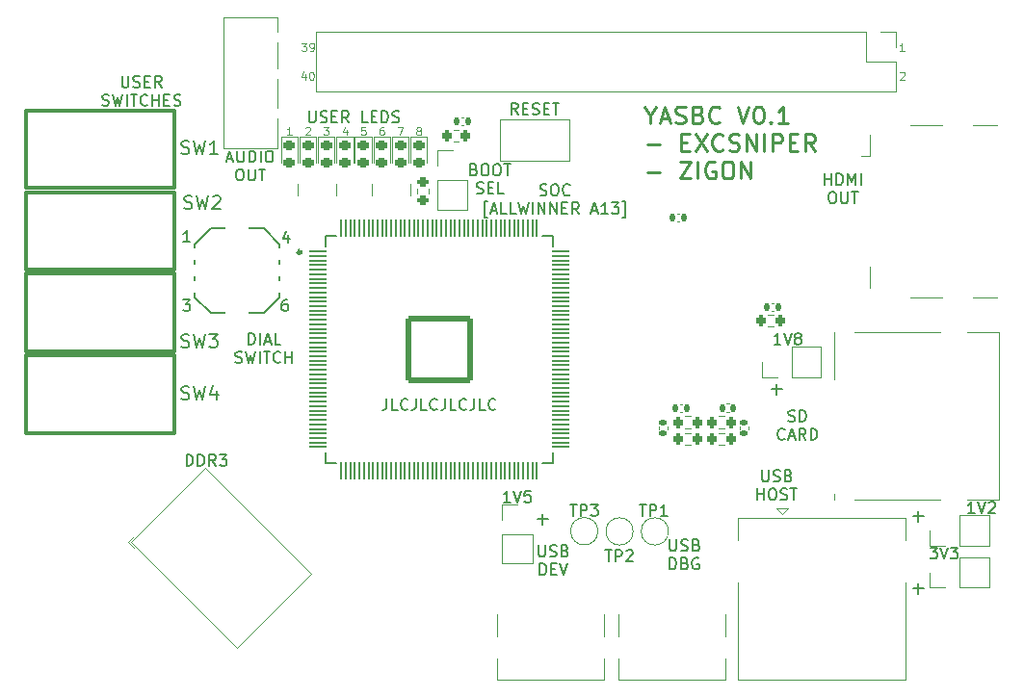
<source format=gto>
G04 #@! TF.GenerationSoftware,KiCad,Pcbnew,7.0.6*
G04 #@! TF.CreationDate,2023-08-22T01:44:11+01:00*
G04 #@! TF.ProjectId,yasbc,79617362-632e-46b6-9963-61645f706362,rev?*
G04 #@! TF.SameCoordinates,Original*
G04 #@! TF.FileFunction,Legend,Top*
G04 #@! TF.FilePolarity,Positive*
%FSLAX46Y46*%
G04 Gerber Fmt 4.6, Leading zero omitted, Abs format (unit mm)*
G04 Created by KiCad (PCBNEW 7.0.6) date 2023-08-22 01:44:11*
%MOMM*%
%LPD*%
G01*
G04 APERTURE LIST*
G04 Aperture macros list*
%AMRoundRect*
0 Rectangle with rounded corners*
0 $1 Rounding radius*
0 $2 $3 $4 $5 $6 $7 $8 $9 X,Y pos of 4 corners*
0 Add a 4 corners polygon primitive as box body*
4,1,4,$2,$3,$4,$5,$6,$7,$8,$9,$2,$3,0*
0 Add four circle primitives for the rounded corners*
1,1,$1+$1,$2,$3*
1,1,$1+$1,$4,$5*
1,1,$1+$1,$6,$7*
1,1,$1+$1,$8,$9*
0 Add four rect primitives between the rounded corners*
20,1,$1+$1,$2,$3,$4,$5,0*
20,1,$1+$1,$4,$5,$6,$7,0*
20,1,$1+$1,$6,$7,$8,$9,0*
20,1,$1+$1,$8,$9,$2,$3,0*%
G04 Aperture macros list end*
%ADD10C,0.100000*%
%ADD11C,0.150000*%
%ADD12C,0.200000*%
%ADD13C,0.250000*%
%ADD14C,0.120000*%
%ADD15C,0.300000*%
%ADD16C,0.127000*%
%ADD17C,0.800000*%
%ADD18C,6.400000*%
%ADD19RoundRect,0.140000X0.140000X0.170000X-0.140000X0.170000X-0.140000X-0.170000X0.140000X-0.170000X0*%
%ADD20C,2.800000*%
%ADD21RoundRect,0.140000X-0.170000X0.140000X-0.170000X-0.140000X0.170000X-0.140000X0.170000X0.140000X0*%
%ADD22R,0.500000X0.800000*%
%ADD23R,0.400000X0.800000*%
%ADD24RoundRect,0.200000X-0.275000X0.200000X-0.275000X-0.200000X0.275000X-0.200000X0.275000X0.200000X0*%
%ADD25C,1.600000*%
%ADD26O,1.500000X2.000000*%
%ADD27RoundRect,0.060000X-0.720000X-0.060000X0.720000X-0.060000X0.720000X0.060000X-0.720000X0.060000X0*%
%ADD28RoundRect,0.060000X-0.060000X-0.720000X0.060000X-0.720000X0.060000X0.720000X-0.060000X0.720000X0*%
%ADD29RoundRect,0.252000X-2.748000X-2.748000X2.748000X-2.748000X2.748000X2.748000X-2.748000X2.748000X0*%
%ADD30RoundRect,0.218750X-0.256250X0.218750X-0.256250X-0.218750X0.256250X-0.218750X0.256250X0.218750X0*%
%ADD31C,1.100000*%
%ADD32R,1.600000X0.700000*%
%ADD33R,1.500000X1.200000*%
%ADD34R,2.200000X1.200000*%
%ADD35R,1.500000X1.600000*%
%ADD36C,0.650000*%
%ADD37R,0.600000X1.450000*%
%ADD38R,0.300000X1.450000*%
%ADD39O,1.000000X2.100000*%
%ADD40O,1.000000X1.600000*%
%ADD41RoundRect,0.200000X-0.200000X-0.275000X0.200000X-0.275000X0.200000X0.275000X-0.200000X0.275000X0*%
%ADD42R,2.000000X1.800000*%
%ADD43C,2.000000*%
%ADD44RoundRect,0.140000X-0.140000X-0.170000X0.140000X-0.170000X0.140000X0.170000X-0.140000X0.170000X0*%
%ADD45RoundRect,0.200000X0.200000X0.275000X-0.200000X0.275000X-0.200000X-0.275000X0.200000X-0.275000X0*%
%ADD46C,0.750000*%
%ADD47C,1.050000*%
%ADD48R,1.350000X1.000000*%
%ADD49R,2.600000X0.300000*%
%ADD50O,3.300000X1.500000*%
%ADD51O,2.300000X1.500000*%
%ADD52R,1.700000X1.700000*%
%ADD53O,1.700000X1.700000*%
%ADD54R,1.524000X1.524000*%
%ADD55C,1.524000*%
%ADD56C,3.500000*%
%ADD57C,0.400000*%
G04 APERTURE END LIST*
D10*
X76050800Y100317200D02*
X76084133Y100350533D01*
X76084133Y100350533D02*
X76150800Y100383866D01*
X76150800Y100383866D02*
X76317467Y100383866D01*
X76317467Y100383866D02*
X76384133Y100350533D01*
X76384133Y100350533D02*
X76417467Y100317200D01*
X76417467Y100317200D02*
X76450800Y100250533D01*
X76450800Y100250533D02*
X76450800Y100183866D01*
X76450800Y100183866D02*
X76417467Y100083866D01*
X76417467Y100083866D02*
X76017467Y99683866D01*
X76017467Y99683866D02*
X76450800Y99683866D01*
D11*
X65589379Y70589780D02*
X65589379Y71589780D01*
X65589379Y71589780D02*
X65827474Y71589780D01*
X65827474Y71589780D02*
X65970331Y71542161D01*
X65970331Y71542161D02*
X66065569Y71446923D01*
X66065569Y71446923D02*
X66113188Y71351685D01*
X66113188Y71351685D02*
X66160807Y71161209D01*
X66160807Y71161209D02*
X66160807Y71018352D01*
X66160807Y71018352D02*
X66113188Y70827876D01*
X66113188Y70827876D02*
X66065569Y70732638D01*
X66065569Y70732638D02*
X65970331Y70637400D01*
X65970331Y70637400D02*
X65827474Y70589780D01*
X65827474Y70589780D02*
X65589379Y70589780D01*
X66589379Y70589780D02*
X66589379Y71589780D01*
X66589379Y71589780D02*
X66827474Y71589780D01*
X66827474Y71589780D02*
X66970331Y71542161D01*
X66970331Y71542161D02*
X67065569Y71446923D01*
X67065569Y71446923D02*
X67113188Y71351685D01*
X67113188Y71351685D02*
X67160807Y71161209D01*
X67160807Y71161209D02*
X67160807Y71018352D01*
X67160807Y71018352D02*
X67113188Y70827876D01*
X67113188Y70827876D02*
X67065569Y70732638D01*
X67065569Y70732638D02*
X66970331Y70637400D01*
X66970331Y70637400D02*
X66827474Y70589780D01*
X66827474Y70589780D02*
X66589379Y70589780D01*
X68160807Y70589780D02*
X67827474Y71065971D01*
X67589379Y70589780D02*
X67589379Y71589780D01*
X67589379Y71589780D02*
X67970331Y71589780D01*
X67970331Y71589780D02*
X68065569Y71542161D01*
X68065569Y71542161D02*
X68113188Y71494542D01*
X68113188Y71494542D02*
X68160807Y71399304D01*
X68160807Y71399304D02*
X68160807Y71256447D01*
X68160807Y71256447D02*
X68113188Y71161209D01*
X68113188Y71161209D02*
X68065569Y71113590D01*
X68065569Y71113590D02*
X67970331Y71065971D01*
X67970331Y71065971D02*
X67589379Y71065971D01*
X68494141Y71589780D02*
X69113188Y71589780D01*
X69113188Y71589780D02*
X68779855Y71208828D01*
X68779855Y71208828D02*
X68922712Y71208828D01*
X68922712Y71208828D02*
X69017950Y71161209D01*
X69017950Y71161209D02*
X69065569Y71113590D01*
X69065569Y71113590D02*
X69113188Y71018352D01*
X69113188Y71018352D02*
X69113188Y70780257D01*
X69113188Y70780257D02*
X69065569Y70685019D01*
X69065569Y70685019D02*
X69017950Y70637400D01*
X69017950Y70637400D02*
X68922712Y70589780D01*
X68922712Y70589780D02*
X68636998Y70589780D01*
X68636998Y70589780D02*
X68541760Y70637400D01*
X68541760Y70637400D02*
X68494141Y70685019D01*
D12*
X129449292Y66146400D02*
X130363578Y66146400D01*
X129906435Y65689257D02*
X129906435Y66603542D01*
D11*
X74543150Y90883847D02*
X74543150Y90217180D01*
X74305055Y91264800D02*
X74066960Y90550514D01*
X74066960Y90550514D02*
X74686007Y90550514D01*
D10*
X128305877Y105165900D02*
X128339210Y105199233D01*
X128339210Y105199233D02*
X128405877Y105232566D01*
X128405877Y105232566D02*
X128572544Y105232566D01*
X128572544Y105232566D02*
X128639210Y105199233D01*
X128639210Y105199233D02*
X128672544Y105165900D01*
X128672544Y105165900D02*
X128705877Y105099233D01*
X128705877Y105099233D02*
X128705877Y105032566D01*
X128705877Y105032566D02*
X128672544Y104932566D01*
X128672544Y104932566D02*
X128272544Y104532566D01*
X128272544Y104532566D02*
X128705877Y104532566D01*
X77643068Y100380866D02*
X78076401Y100380866D01*
X78076401Y100380866D02*
X77843068Y100114200D01*
X77843068Y100114200D02*
X77943068Y100114200D01*
X77943068Y100114200D02*
X78009734Y100080866D01*
X78009734Y100080866D02*
X78043068Y100047533D01*
X78043068Y100047533D02*
X78076401Y99980866D01*
X78076401Y99980866D02*
X78076401Y99814200D01*
X78076401Y99814200D02*
X78043068Y99747533D01*
X78043068Y99747533D02*
X78009734Y99714200D01*
X78009734Y99714200D02*
X77943068Y99680866D01*
X77943068Y99680866D02*
X77743068Y99680866D01*
X77743068Y99680866D02*
X77676401Y99714200D01*
X77676401Y99714200D02*
X77643068Y99747533D01*
D11*
X96658276Y94403200D02*
X96801133Y94355580D01*
X96801133Y94355580D02*
X97039228Y94355580D01*
X97039228Y94355580D02*
X97134466Y94403200D01*
X97134466Y94403200D02*
X97182085Y94450819D01*
X97182085Y94450819D02*
X97229704Y94546057D01*
X97229704Y94546057D02*
X97229704Y94641295D01*
X97229704Y94641295D02*
X97182085Y94736533D01*
X97182085Y94736533D02*
X97134466Y94784152D01*
X97134466Y94784152D02*
X97039228Y94831771D01*
X97039228Y94831771D02*
X96848752Y94879390D01*
X96848752Y94879390D02*
X96753514Y94927009D01*
X96753514Y94927009D02*
X96705895Y94974628D01*
X96705895Y94974628D02*
X96658276Y95069866D01*
X96658276Y95069866D02*
X96658276Y95165104D01*
X96658276Y95165104D02*
X96705895Y95260342D01*
X96705895Y95260342D02*
X96753514Y95307961D01*
X96753514Y95307961D02*
X96848752Y95355580D01*
X96848752Y95355580D02*
X97086847Y95355580D01*
X97086847Y95355580D02*
X97229704Y95307961D01*
X97848752Y95355580D02*
X98039228Y95355580D01*
X98039228Y95355580D02*
X98134466Y95307961D01*
X98134466Y95307961D02*
X98229704Y95212723D01*
X98229704Y95212723D02*
X98277323Y95022247D01*
X98277323Y95022247D02*
X98277323Y94688914D01*
X98277323Y94688914D02*
X98229704Y94498438D01*
X98229704Y94498438D02*
X98134466Y94403200D01*
X98134466Y94403200D02*
X98039228Y94355580D01*
X98039228Y94355580D02*
X97848752Y94355580D01*
X97848752Y94355580D02*
X97753514Y94403200D01*
X97753514Y94403200D02*
X97658276Y94498438D01*
X97658276Y94498438D02*
X97610657Y94688914D01*
X97610657Y94688914D02*
X97610657Y95022247D01*
X97610657Y95022247D02*
X97658276Y95212723D01*
X97658276Y95212723D02*
X97753514Y95307961D01*
X97753514Y95307961D02*
X97848752Y95355580D01*
X99277323Y94450819D02*
X99229704Y94403200D01*
X99229704Y94403200D02*
X99086847Y94355580D01*
X99086847Y94355580D02*
X98991609Y94355580D01*
X98991609Y94355580D02*
X98848752Y94403200D01*
X98848752Y94403200D02*
X98753514Y94498438D01*
X98753514Y94498438D02*
X98705895Y94593676D01*
X98705895Y94593676D02*
X98658276Y94784152D01*
X98658276Y94784152D02*
X98658276Y94927009D01*
X98658276Y94927009D02*
X98705895Y95117485D01*
X98705895Y95117485D02*
X98753514Y95212723D01*
X98753514Y95212723D02*
X98848752Y95307961D01*
X98848752Y95307961D02*
X98991609Y95355580D01*
X98991609Y95355580D02*
X99086847Y95355580D01*
X99086847Y95355580D02*
X99229704Y95307961D01*
X99229704Y95307961D02*
X99277323Y95260342D01*
X92015418Y92412247D02*
X91777323Y92412247D01*
X91777323Y92412247D02*
X91777323Y93840819D01*
X91777323Y93840819D02*
X92015418Y93840819D01*
X92348752Y93031295D02*
X92824942Y93031295D01*
X92253514Y92745580D02*
X92586847Y93745580D01*
X92586847Y93745580D02*
X92920180Y92745580D01*
X93729704Y92745580D02*
X93253514Y92745580D01*
X93253514Y92745580D02*
X93253514Y93745580D01*
X94539228Y92745580D02*
X94063038Y92745580D01*
X94063038Y92745580D02*
X94063038Y93745580D01*
X94777324Y93745580D02*
X95015419Y92745580D01*
X95015419Y92745580D02*
X95205895Y93459866D01*
X95205895Y93459866D02*
X95396371Y92745580D01*
X95396371Y92745580D02*
X95634467Y93745580D01*
X96015419Y92745580D02*
X96015419Y93745580D01*
X96491609Y92745580D02*
X96491609Y93745580D01*
X96491609Y93745580D02*
X97063037Y92745580D01*
X97063037Y92745580D02*
X97063037Y93745580D01*
X97539228Y92745580D02*
X97539228Y93745580D01*
X97539228Y93745580D02*
X98110656Y92745580D01*
X98110656Y92745580D02*
X98110656Y93745580D01*
X98586847Y93269390D02*
X98920180Y93269390D01*
X99063037Y92745580D02*
X98586847Y92745580D01*
X98586847Y92745580D02*
X98586847Y93745580D01*
X98586847Y93745580D02*
X99063037Y93745580D01*
X100063037Y92745580D02*
X99729704Y93221771D01*
X99491609Y92745580D02*
X99491609Y93745580D01*
X99491609Y93745580D02*
X99872561Y93745580D01*
X99872561Y93745580D02*
X99967799Y93697961D01*
X99967799Y93697961D02*
X100015418Y93650342D01*
X100015418Y93650342D02*
X100063037Y93555104D01*
X100063037Y93555104D02*
X100063037Y93412247D01*
X100063037Y93412247D02*
X100015418Y93317009D01*
X100015418Y93317009D02*
X99967799Y93269390D01*
X99967799Y93269390D02*
X99872561Y93221771D01*
X99872561Y93221771D02*
X99491609Y93221771D01*
X101205895Y93031295D02*
X101682085Y93031295D01*
X101110657Y92745580D02*
X101443990Y93745580D01*
X101443990Y93745580D02*
X101777323Y92745580D01*
X102634466Y92745580D02*
X102063038Y92745580D01*
X102348752Y92745580D02*
X102348752Y93745580D01*
X102348752Y93745580D02*
X102253514Y93602723D01*
X102253514Y93602723D02*
X102158276Y93507485D01*
X102158276Y93507485D02*
X102063038Y93459866D01*
X102967800Y93745580D02*
X103586847Y93745580D01*
X103586847Y93745580D02*
X103253514Y93364628D01*
X103253514Y93364628D02*
X103396371Y93364628D01*
X103396371Y93364628D02*
X103491609Y93317009D01*
X103491609Y93317009D02*
X103539228Y93269390D01*
X103539228Y93269390D02*
X103586847Y93174152D01*
X103586847Y93174152D02*
X103586847Y92936057D01*
X103586847Y92936057D02*
X103539228Y92840819D01*
X103539228Y92840819D02*
X103491609Y92793200D01*
X103491609Y92793200D02*
X103396371Y92745580D01*
X103396371Y92745580D02*
X103110657Y92745580D01*
X103110657Y92745580D02*
X103015419Y92793200D01*
X103015419Y92793200D02*
X102967800Y92840819D01*
X103920181Y92412247D02*
X104158276Y92412247D01*
X104158276Y92412247D02*
X104158276Y93840819D01*
X104158276Y93840819D02*
X103920181Y93840819D01*
X69146991Y97580695D02*
X69623181Y97580695D01*
X69051753Y97294980D02*
X69385086Y98294980D01*
X69385086Y98294980D02*
X69718419Y97294980D01*
X70051753Y98294980D02*
X70051753Y97485457D01*
X70051753Y97485457D02*
X70099372Y97390219D01*
X70099372Y97390219D02*
X70146991Y97342600D01*
X70146991Y97342600D02*
X70242229Y97294980D01*
X70242229Y97294980D02*
X70432705Y97294980D01*
X70432705Y97294980D02*
X70527943Y97342600D01*
X70527943Y97342600D02*
X70575562Y97390219D01*
X70575562Y97390219D02*
X70623181Y97485457D01*
X70623181Y97485457D02*
X70623181Y98294980D01*
X71099372Y97294980D02*
X71099372Y98294980D01*
X71099372Y98294980D02*
X71337467Y98294980D01*
X71337467Y98294980D02*
X71480324Y98247361D01*
X71480324Y98247361D02*
X71575562Y98152123D01*
X71575562Y98152123D02*
X71623181Y98056885D01*
X71623181Y98056885D02*
X71670800Y97866409D01*
X71670800Y97866409D02*
X71670800Y97723552D01*
X71670800Y97723552D02*
X71623181Y97533076D01*
X71623181Y97533076D02*
X71575562Y97437838D01*
X71575562Y97437838D02*
X71480324Y97342600D01*
X71480324Y97342600D02*
X71337467Y97294980D01*
X71337467Y97294980D02*
X71099372Y97294980D01*
X72099372Y97294980D02*
X72099372Y98294980D01*
X72766038Y98294980D02*
X72956514Y98294980D01*
X72956514Y98294980D02*
X73051752Y98247361D01*
X73051752Y98247361D02*
X73146990Y98152123D01*
X73146990Y98152123D02*
X73194609Y97961647D01*
X73194609Y97961647D02*
X73194609Y97628314D01*
X73194609Y97628314D02*
X73146990Y97437838D01*
X73146990Y97437838D02*
X73051752Y97342600D01*
X73051752Y97342600D02*
X72956514Y97294980D01*
X72956514Y97294980D02*
X72766038Y97294980D01*
X72766038Y97294980D02*
X72670800Y97342600D01*
X72670800Y97342600D02*
X72575562Y97437838D01*
X72575562Y97437838D02*
X72527943Y97628314D01*
X72527943Y97628314D02*
X72527943Y97961647D01*
X72527943Y97961647D02*
X72575562Y98152123D01*
X72575562Y98152123D02*
X72670800Y98247361D01*
X72670800Y98247361D02*
X72766038Y98294980D01*
X70170800Y96684980D02*
X70361276Y96684980D01*
X70361276Y96684980D02*
X70456514Y96637361D01*
X70456514Y96637361D02*
X70551752Y96542123D01*
X70551752Y96542123D02*
X70599371Y96351647D01*
X70599371Y96351647D02*
X70599371Y96018314D01*
X70599371Y96018314D02*
X70551752Y95827838D01*
X70551752Y95827838D02*
X70456514Y95732600D01*
X70456514Y95732600D02*
X70361276Y95684980D01*
X70361276Y95684980D02*
X70170800Y95684980D01*
X70170800Y95684980D02*
X70075562Y95732600D01*
X70075562Y95732600D02*
X69980324Y95827838D01*
X69980324Y95827838D02*
X69932705Y96018314D01*
X69932705Y96018314D02*
X69932705Y96351647D01*
X69932705Y96351647D02*
X69980324Y96542123D01*
X69980324Y96542123D02*
X70075562Y96637361D01*
X70075562Y96637361D02*
X70170800Y96684980D01*
X71027943Y96684980D02*
X71027943Y95875457D01*
X71027943Y95875457D02*
X71075562Y95780219D01*
X71075562Y95780219D02*
X71123181Y95732600D01*
X71123181Y95732600D02*
X71218419Y95684980D01*
X71218419Y95684980D02*
X71408895Y95684980D01*
X71408895Y95684980D02*
X71504133Y95732600D01*
X71504133Y95732600D02*
X71551752Y95780219D01*
X71551752Y95780219D02*
X71599371Y95875457D01*
X71599371Y95875457D02*
X71599371Y96684980D01*
X71932705Y96684980D02*
X72504133Y96684980D01*
X72218419Y95684980D02*
X72218419Y96684980D01*
X65884588Y90300180D02*
X65313160Y90300180D01*
X65598874Y90300180D02*
X65598874Y91300180D01*
X65598874Y91300180D02*
X65503636Y91157323D01*
X65503636Y91157323D02*
X65408398Y91062085D01*
X65408398Y91062085D02*
X65313160Y91014466D01*
D10*
X74825200Y99690866D02*
X74425200Y99690866D01*
X74625200Y99690866D02*
X74625200Y100390866D01*
X74625200Y100390866D02*
X74558533Y100290866D01*
X74558533Y100290866D02*
X74491867Y100224200D01*
X74491867Y100224200D02*
X74425200Y100190866D01*
D12*
X129449292Y59796400D02*
X130363578Y59796400D01*
X129906435Y59339257D02*
X129906435Y60253542D01*
D11*
X74425350Y85204180D02*
X74234874Y85204180D01*
X74234874Y85204180D02*
X74139636Y85156561D01*
X74139636Y85156561D02*
X74092017Y85108942D01*
X74092017Y85108942D02*
X73996779Y84966085D01*
X73996779Y84966085D02*
X73949160Y84775609D01*
X73949160Y84775609D02*
X73949160Y84394657D01*
X73949160Y84394657D02*
X73996779Y84299419D01*
X73996779Y84299419D02*
X74044398Y84251800D01*
X74044398Y84251800D02*
X74139636Y84204180D01*
X74139636Y84204180D02*
X74330112Y84204180D01*
X74330112Y84204180D02*
X74425350Y84251800D01*
X74425350Y84251800D02*
X74472969Y84299419D01*
X74472969Y84299419D02*
X74520588Y84394657D01*
X74520588Y84394657D02*
X74520588Y84632752D01*
X74520588Y84632752D02*
X74472969Y84727990D01*
X74472969Y84727990D02*
X74425350Y84775609D01*
X74425350Y84775609D02*
X74330112Y84823228D01*
X74330112Y84823228D02*
X74139636Y84823228D01*
X74139636Y84823228D02*
X74044398Y84775609D01*
X74044398Y84775609D02*
X73996779Y84727990D01*
X73996779Y84727990D02*
X73949160Y84632752D01*
D12*
X65384149Y93238400D02*
X65555578Y93181257D01*
X65555578Y93181257D02*
X65841292Y93181257D01*
X65841292Y93181257D02*
X65955578Y93238400D01*
X65955578Y93238400D02*
X66012720Y93295542D01*
X66012720Y93295542D02*
X66069863Y93409828D01*
X66069863Y93409828D02*
X66069863Y93524114D01*
X66069863Y93524114D02*
X66012720Y93638400D01*
X66012720Y93638400D02*
X65955578Y93695542D01*
X65955578Y93695542D02*
X65841292Y93752685D01*
X65841292Y93752685D02*
X65612720Y93809828D01*
X65612720Y93809828D02*
X65498435Y93866971D01*
X65498435Y93866971D02*
X65441292Y93924114D01*
X65441292Y93924114D02*
X65384149Y94038400D01*
X65384149Y94038400D02*
X65384149Y94152685D01*
X65384149Y94152685D02*
X65441292Y94266971D01*
X65441292Y94266971D02*
X65498435Y94324114D01*
X65498435Y94324114D02*
X65612720Y94381257D01*
X65612720Y94381257D02*
X65898435Y94381257D01*
X65898435Y94381257D02*
X66069863Y94324114D01*
X66469863Y94381257D02*
X66755577Y93181257D01*
X66755577Y93181257D02*
X66984149Y94038400D01*
X66984149Y94038400D02*
X67212720Y93181257D01*
X67212720Y93181257D02*
X67498435Y94381257D01*
X67898435Y94266971D02*
X67955578Y94324114D01*
X67955578Y94324114D02*
X68069864Y94381257D01*
X68069864Y94381257D02*
X68355578Y94381257D01*
X68355578Y94381257D02*
X68469864Y94324114D01*
X68469864Y94324114D02*
X68527006Y94266971D01*
X68527006Y94266971D02*
X68584149Y94152685D01*
X68584149Y94152685D02*
X68584149Y94038400D01*
X68584149Y94038400D02*
X68527006Y93866971D01*
X68527006Y93866971D02*
X67841292Y93181257D01*
X67841292Y93181257D02*
X68584149Y93181257D01*
D11*
X59906114Y104873580D02*
X59906114Y104064057D01*
X59906114Y104064057D02*
X59953733Y103968819D01*
X59953733Y103968819D02*
X60001352Y103921200D01*
X60001352Y103921200D02*
X60096590Y103873580D01*
X60096590Y103873580D02*
X60287066Y103873580D01*
X60287066Y103873580D02*
X60382304Y103921200D01*
X60382304Y103921200D02*
X60429923Y103968819D01*
X60429923Y103968819D02*
X60477542Y104064057D01*
X60477542Y104064057D02*
X60477542Y104873580D01*
X60906114Y103921200D02*
X61048971Y103873580D01*
X61048971Y103873580D02*
X61287066Y103873580D01*
X61287066Y103873580D02*
X61382304Y103921200D01*
X61382304Y103921200D02*
X61429923Y103968819D01*
X61429923Y103968819D02*
X61477542Y104064057D01*
X61477542Y104064057D02*
X61477542Y104159295D01*
X61477542Y104159295D02*
X61429923Y104254533D01*
X61429923Y104254533D02*
X61382304Y104302152D01*
X61382304Y104302152D02*
X61287066Y104349771D01*
X61287066Y104349771D02*
X61096590Y104397390D01*
X61096590Y104397390D02*
X61001352Y104445009D01*
X61001352Y104445009D02*
X60953733Y104492628D01*
X60953733Y104492628D02*
X60906114Y104587866D01*
X60906114Y104587866D02*
X60906114Y104683104D01*
X60906114Y104683104D02*
X60953733Y104778342D01*
X60953733Y104778342D02*
X61001352Y104825961D01*
X61001352Y104825961D02*
X61096590Y104873580D01*
X61096590Y104873580D02*
X61334685Y104873580D01*
X61334685Y104873580D02*
X61477542Y104825961D01*
X61906114Y104397390D02*
X62239447Y104397390D01*
X62382304Y103873580D02*
X61906114Y103873580D01*
X61906114Y103873580D02*
X61906114Y104873580D01*
X61906114Y104873580D02*
X62382304Y104873580D01*
X63382304Y103873580D02*
X63048971Y104349771D01*
X62810876Y103873580D02*
X62810876Y104873580D01*
X62810876Y104873580D02*
X63191828Y104873580D01*
X63191828Y104873580D02*
X63287066Y104825961D01*
X63287066Y104825961D02*
X63334685Y104778342D01*
X63334685Y104778342D02*
X63382304Y104683104D01*
X63382304Y104683104D02*
X63382304Y104540247D01*
X63382304Y104540247D02*
X63334685Y104445009D01*
X63334685Y104445009D02*
X63287066Y104397390D01*
X63287066Y104397390D02*
X63191828Y104349771D01*
X63191828Y104349771D02*
X62810876Y104349771D01*
X58191829Y102311200D02*
X58334686Y102263580D01*
X58334686Y102263580D02*
X58572781Y102263580D01*
X58572781Y102263580D02*
X58668019Y102311200D01*
X58668019Y102311200D02*
X58715638Y102358819D01*
X58715638Y102358819D02*
X58763257Y102454057D01*
X58763257Y102454057D02*
X58763257Y102549295D01*
X58763257Y102549295D02*
X58715638Y102644533D01*
X58715638Y102644533D02*
X58668019Y102692152D01*
X58668019Y102692152D02*
X58572781Y102739771D01*
X58572781Y102739771D02*
X58382305Y102787390D01*
X58382305Y102787390D02*
X58287067Y102835009D01*
X58287067Y102835009D02*
X58239448Y102882628D01*
X58239448Y102882628D02*
X58191829Y102977866D01*
X58191829Y102977866D02*
X58191829Y103073104D01*
X58191829Y103073104D02*
X58239448Y103168342D01*
X58239448Y103168342D02*
X58287067Y103215961D01*
X58287067Y103215961D02*
X58382305Y103263580D01*
X58382305Y103263580D02*
X58620400Y103263580D01*
X58620400Y103263580D02*
X58763257Y103215961D01*
X59096591Y103263580D02*
X59334686Y102263580D01*
X59334686Y102263580D02*
X59525162Y102977866D01*
X59525162Y102977866D02*
X59715638Y102263580D01*
X59715638Y102263580D02*
X59953734Y103263580D01*
X60334686Y102263580D02*
X60334686Y103263580D01*
X60668019Y103263580D02*
X61239447Y103263580D01*
X60953733Y102263580D02*
X60953733Y103263580D01*
X62144209Y102358819D02*
X62096590Y102311200D01*
X62096590Y102311200D02*
X61953733Y102263580D01*
X61953733Y102263580D02*
X61858495Y102263580D01*
X61858495Y102263580D02*
X61715638Y102311200D01*
X61715638Y102311200D02*
X61620400Y102406438D01*
X61620400Y102406438D02*
X61572781Y102501676D01*
X61572781Y102501676D02*
X61525162Y102692152D01*
X61525162Y102692152D02*
X61525162Y102835009D01*
X61525162Y102835009D02*
X61572781Y103025485D01*
X61572781Y103025485D02*
X61620400Y103120723D01*
X61620400Y103120723D02*
X61715638Y103215961D01*
X61715638Y103215961D02*
X61858495Y103263580D01*
X61858495Y103263580D02*
X61953733Y103263580D01*
X61953733Y103263580D02*
X62096590Y103215961D01*
X62096590Y103215961D02*
X62144209Y103168342D01*
X62572781Y102263580D02*
X62572781Y103263580D01*
X62572781Y102787390D02*
X63144209Y102787390D01*
X63144209Y102263580D02*
X63144209Y103263580D01*
X63620400Y102787390D02*
X63953733Y102787390D01*
X64096590Y102263580D02*
X63620400Y102263580D01*
X63620400Y102263580D02*
X63620400Y103263580D01*
X63620400Y103263580D02*
X64096590Y103263580D01*
X64477543Y102311200D02*
X64620400Y102263580D01*
X64620400Y102263580D02*
X64858495Y102263580D01*
X64858495Y102263580D02*
X64953733Y102311200D01*
X64953733Y102311200D02*
X65001352Y102358819D01*
X65001352Y102358819D02*
X65048971Y102454057D01*
X65048971Y102454057D02*
X65048971Y102549295D01*
X65048971Y102549295D02*
X65001352Y102644533D01*
X65001352Y102644533D02*
X64953733Y102692152D01*
X64953733Y102692152D02*
X64858495Y102739771D01*
X64858495Y102739771D02*
X64668019Y102787390D01*
X64668019Y102787390D02*
X64572781Y102835009D01*
X64572781Y102835009D02*
X64525162Y102882628D01*
X64525162Y102882628D02*
X64477543Y102977866D01*
X64477543Y102977866D02*
X64477543Y103073104D01*
X64477543Y103073104D02*
X64525162Y103168342D01*
X64525162Y103168342D02*
X64572781Y103215961D01*
X64572781Y103215961D02*
X64668019Y103263580D01*
X64668019Y103263580D02*
X64906114Y103263580D01*
X64906114Y103263580D02*
X65048971Y103215961D01*
X76360828Y101790380D02*
X76360828Y100980857D01*
X76360828Y100980857D02*
X76408447Y100885619D01*
X76408447Y100885619D02*
X76456066Y100838000D01*
X76456066Y100838000D02*
X76551304Y100790380D01*
X76551304Y100790380D02*
X76741780Y100790380D01*
X76741780Y100790380D02*
X76837018Y100838000D01*
X76837018Y100838000D02*
X76884637Y100885619D01*
X76884637Y100885619D02*
X76932256Y100980857D01*
X76932256Y100980857D02*
X76932256Y101790380D01*
X77360828Y100838000D02*
X77503685Y100790380D01*
X77503685Y100790380D02*
X77741780Y100790380D01*
X77741780Y100790380D02*
X77837018Y100838000D01*
X77837018Y100838000D02*
X77884637Y100885619D01*
X77884637Y100885619D02*
X77932256Y100980857D01*
X77932256Y100980857D02*
X77932256Y101076095D01*
X77932256Y101076095D02*
X77884637Y101171333D01*
X77884637Y101171333D02*
X77837018Y101218952D01*
X77837018Y101218952D02*
X77741780Y101266571D01*
X77741780Y101266571D02*
X77551304Y101314190D01*
X77551304Y101314190D02*
X77456066Y101361809D01*
X77456066Y101361809D02*
X77408447Y101409428D01*
X77408447Y101409428D02*
X77360828Y101504666D01*
X77360828Y101504666D02*
X77360828Y101599904D01*
X77360828Y101599904D02*
X77408447Y101695142D01*
X77408447Y101695142D02*
X77456066Y101742761D01*
X77456066Y101742761D02*
X77551304Y101790380D01*
X77551304Y101790380D02*
X77789399Y101790380D01*
X77789399Y101790380D02*
X77932256Y101742761D01*
X78360828Y101314190D02*
X78694161Y101314190D01*
X78837018Y100790380D02*
X78360828Y100790380D01*
X78360828Y100790380D02*
X78360828Y101790380D01*
X78360828Y101790380D02*
X78837018Y101790380D01*
X79837018Y100790380D02*
X79503685Y101266571D01*
X79265590Y100790380D02*
X79265590Y101790380D01*
X79265590Y101790380D02*
X79646542Y101790380D01*
X79646542Y101790380D02*
X79741780Y101742761D01*
X79741780Y101742761D02*
X79789399Y101695142D01*
X79789399Y101695142D02*
X79837018Y101599904D01*
X79837018Y101599904D02*
X79837018Y101457047D01*
X79837018Y101457047D02*
X79789399Y101361809D01*
X79789399Y101361809D02*
X79741780Y101314190D01*
X79741780Y101314190D02*
X79646542Y101266571D01*
X79646542Y101266571D02*
X79265590Y101266571D01*
X81503685Y100790380D02*
X81027495Y100790380D01*
X81027495Y100790380D02*
X81027495Y101790380D01*
X81837019Y101314190D02*
X82170352Y101314190D01*
X82313209Y100790380D02*
X81837019Y100790380D01*
X81837019Y100790380D02*
X81837019Y101790380D01*
X81837019Y101790380D02*
X82313209Y101790380D01*
X82741781Y100790380D02*
X82741781Y101790380D01*
X82741781Y101790380D02*
X82979876Y101790380D01*
X82979876Y101790380D02*
X83122733Y101742761D01*
X83122733Y101742761D02*
X83217971Y101647523D01*
X83217971Y101647523D02*
X83265590Y101552285D01*
X83265590Y101552285D02*
X83313209Y101361809D01*
X83313209Y101361809D02*
X83313209Y101218952D01*
X83313209Y101218952D02*
X83265590Y101028476D01*
X83265590Y101028476D02*
X83217971Y100933238D01*
X83217971Y100933238D02*
X83122733Y100838000D01*
X83122733Y100838000D02*
X82979876Y100790380D01*
X82979876Y100790380D02*
X82741781Y100790380D01*
X83694162Y100838000D02*
X83837019Y100790380D01*
X83837019Y100790380D02*
X84075114Y100790380D01*
X84075114Y100790380D02*
X84170352Y100838000D01*
X84170352Y100838000D02*
X84217971Y100885619D01*
X84217971Y100885619D02*
X84265590Y100980857D01*
X84265590Y100980857D02*
X84265590Y101076095D01*
X84265590Y101076095D02*
X84217971Y101171333D01*
X84217971Y101171333D02*
X84170352Y101218952D01*
X84170352Y101218952D02*
X84075114Y101266571D01*
X84075114Y101266571D02*
X83884638Y101314190D01*
X83884638Y101314190D02*
X83789400Y101361809D01*
X83789400Y101361809D02*
X83741781Y101409428D01*
X83741781Y101409428D02*
X83694162Y101504666D01*
X83694162Y101504666D02*
X83694162Y101599904D01*
X83694162Y101599904D02*
X83741781Y101695142D01*
X83741781Y101695142D02*
X83789400Y101742761D01*
X83789400Y101742761D02*
X83884638Y101790380D01*
X83884638Y101790380D02*
X84122733Y101790380D01*
X84122733Y101790380D02*
X84265590Y101742761D01*
X96528095Y63598580D02*
X96528095Y62789057D01*
X96528095Y62789057D02*
X96575714Y62693819D01*
X96575714Y62693819D02*
X96623333Y62646200D01*
X96623333Y62646200D02*
X96718571Y62598580D01*
X96718571Y62598580D02*
X96909047Y62598580D01*
X96909047Y62598580D02*
X97004285Y62646200D01*
X97004285Y62646200D02*
X97051904Y62693819D01*
X97051904Y62693819D02*
X97099523Y62789057D01*
X97099523Y62789057D02*
X97099523Y63598580D01*
X97528095Y62646200D02*
X97670952Y62598580D01*
X97670952Y62598580D02*
X97909047Y62598580D01*
X97909047Y62598580D02*
X98004285Y62646200D01*
X98004285Y62646200D02*
X98051904Y62693819D01*
X98051904Y62693819D02*
X98099523Y62789057D01*
X98099523Y62789057D02*
X98099523Y62884295D01*
X98099523Y62884295D02*
X98051904Y62979533D01*
X98051904Y62979533D02*
X98004285Y63027152D01*
X98004285Y63027152D02*
X97909047Y63074771D01*
X97909047Y63074771D02*
X97718571Y63122390D01*
X97718571Y63122390D02*
X97623333Y63170009D01*
X97623333Y63170009D02*
X97575714Y63217628D01*
X97575714Y63217628D02*
X97528095Y63312866D01*
X97528095Y63312866D02*
X97528095Y63408104D01*
X97528095Y63408104D02*
X97575714Y63503342D01*
X97575714Y63503342D02*
X97623333Y63550961D01*
X97623333Y63550961D02*
X97718571Y63598580D01*
X97718571Y63598580D02*
X97956666Y63598580D01*
X97956666Y63598580D02*
X98099523Y63550961D01*
X98861428Y63122390D02*
X99004285Y63074771D01*
X99004285Y63074771D02*
X99051904Y63027152D01*
X99051904Y63027152D02*
X99099523Y62931914D01*
X99099523Y62931914D02*
X99099523Y62789057D01*
X99099523Y62789057D02*
X99051904Y62693819D01*
X99051904Y62693819D02*
X99004285Y62646200D01*
X99004285Y62646200D02*
X98909047Y62598580D01*
X98909047Y62598580D02*
X98528095Y62598580D01*
X98528095Y62598580D02*
X98528095Y63598580D01*
X98528095Y63598580D02*
X98861428Y63598580D01*
X98861428Y63598580D02*
X98956666Y63550961D01*
X98956666Y63550961D02*
X99004285Y63503342D01*
X99004285Y63503342D02*
X99051904Y63408104D01*
X99051904Y63408104D02*
X99051904Y63312866D01*
X99051904Y63312866D02*
X99004285Y63217628D01*
X99004285Y63217628D02*
X98956666Y63170009D01*
X98956666Y63170009D02*
X98861428Y63122390D01*
X98861428Y63122390D02*
X98528095Y63122390D01*
X96647143Y60988580D02*
X96647143Y61988580D01*
X96647143Y61988580D02*
X96885238Y61988580D01*
X96885238Y61988580D02*
X97028095Y61940961D01*
X97028095Y61940961D02*
X97123333Y61845723D01*
X97123333Y61845723D02*
X97170952Y61750485D01*
X97170952Y61750485D02*
X97218571Y61560009D01*
X97218571Y61560009D02*
X97218571Y61417152D01*
X97218571Y61417152D02*
X97170952Y61226676D01*
X97170952Y61226676D02*
X97123333Y61131438D01*
X97123333Y61131438D02*
X97028095Y61036200D01*
X97028095Y61036200D02*
X96885238Y60988580D01*
X96885238Y60988580D02*
X96647143Y60988580D01*
X97647143Y61512390D02*
X97980476Y61512390D01*
X98123333Y60988580D02*
X97647143Y60988580D01*
X97647143Y60988580D02*
X97647143Y61988580D01*
X97647143Y61988580D02*
X98123333Y61988580D01*
X98409048Y61988580D02*
X98742381Y60988580D01*
X98742381Y60988580D02*
X99075714Y61988580D01*
X118492686Y74533400D02*
X118635543Y74485780D01*
X118635543Y74485780D02*
X118873638Y74485780D01*
X118873638Y74485780D02*
X118968876Y74533400D01*
X118968876Y74533400D02*
X119016495Y74581019D01*
X119016495Y74581019D02*
X119064114Y74676257D01*
X119064114Y74676257D02*
X119064114Y74771495D01*
X119064114Y74771495D02*
X119016495Y74866733D01*
X119016495Y74866733D02*
X118968876Y74914352D01*
X118968876Y74914352D02*
X118873638Y74961971D01*
X118873638Y74961971D02*
X118683162Y75009590D01*
X118683162Y75009590D02*
X118587924Y75057209D01*
X118587924Y75057209D02*
X118540305Y75104828D01*
X118540305Y75104828D02*
X118492686Y75200066D01*
X118492686Y75200066D02*
X118492686Y75295304D01*
X118492686Y75295304D02*
X118540305Y75390542D01*
X118540305Y75390542D02*
X118587924Y75438161D01*
X118587924Y75438161D02*
X118683162Y75485780D01*
X118683162Y75485780D02*
X118921257Y75485780D01*
X118921257Y75485780D02*
X119064114Y75438161D01*
X119492686Y74485780D02*
X119492686Y75485780D01*
X119492686Y75485780D02*
X119730781Y75485780D01*
X119730781Y75485780D02*
X119873638Y75438161D01*
X119873638Y75438161D02*
X119968876Y75342923D01*
X119968876Y75342923D02*
X120016495Y75247685D01*
X120016495Y75247685D02*
X120064114Y75057209D01*
X120064114Y75057209D02*
X120064114Y74914352D01*
X120064114Y74914352D02*
X120016495Y74723876D01*
X120016495Y74723876D02*
X119968876Y74628638D01*
X119968876Y74628638D02*
X119873638Y74533400D01*
X119873638Y74533400D02*
X119730781Y74485780D01*
X119730781Y74485780D02*
X119492686Y74485780D01*
X118159352Y72971019D02*
X118111733Y72923400D01*
X118111733Y72923400D02*
X117968876Y72875780D01*
X117968876Y72875780D02*
X117873638Y72875780D01*
X117873638Y72875780D02*
X117730781Y72923400D01*
X117730781Y72923400D02*
X117635543Y73018638D01*
X117635543Y73018638D02*
X117587924Y73113876D01*
X117587924Y73113876D02*
X117540305Y73304352D01*
X117540305Y73304352D02*
X117540305Y73447209D01*
X117540305Y73447209D02*
X117587924Y73637685D01*
X117587924Y73637685D02*
X117635543Y73732923D01*
X117635543Y73732923D02*
X117730781Y73828161D01*
X117730781Y73828161D02*
X117873638Y73875780D01*
X117873638Y73875780D02*
X117968876Y73875780D01*
X117968876Y73875780D02*
X118111733Y73828161D01*
X118111733Y73828161D02*
X118159352Y73780542D01*
X118540305Y73161495D02*
X119016495Y73161495D01*
X118445067Y72875780D02*
X118778400Y73875780D01*
X118778400Y73875780D02*
X119111733Y72875780D01*
X120016495Y72875780D02*
X119683162Y73351971D01*
X119445067Y72875780D02*
X119445067Y73875780D01*
X119445067Y73875780D02*
X119826019Y73875780D01*
X119826019Y73875780D02*
X119921257Y73828161D01*
X119921257Y73828161D02*
X119968876Y73780542D01*
X119968876Y73780542D02*
X120016495Y73685304D01*
X120016495Y73685304D02*
X120016495Y73542447D01*
X120016495Y73542447D02*
X119968876Y73447209D01*
X119968876Y73447209D02*
X119921257Y73399590D01*
X119921257Y73399590D02*
X119826019Y73351971D01*
X119826019Y73351971D02*
X119445067Y73351971D01*
X120445067Y72875780D02*
X120445067Y73875780D01*
X120445067Y73875780D02*
X120683162Y73875780D01*
X120683162Y73875780D02*
X120826019Y73828161D01*
X120826019Y73828161D02*
X120921257Y73732923D01*
X120921257Y73732923D02*
X120968876Y73637685D01*
X120968876Y73637685D02*
X121016495Y73447209D01*
X121016495Y73447209D02*
X121016495Y73304352D01*
X121016495Y73304352D02*
X120968876Y73113876D01*
X120968876Y73113876D02*
X120921257Y73018638D01*
X120921257Y73018638D02*
X120826019Y72923400D01*
X120826019Y72923400D02*
X120683162Y72875780D01*
X120683162Y72875780D02*
X120445067Y72875780D01*
X94712018Y101476180D02*
X94378685Y101952371D01*
X94140590Y101476180D02*
X94140590Y102476180D01*
X94140590Y102476180D02*
X94521542Y102476180D01*
X94521542Y102476180D02*
X94616780Y102428561D01*
X94616780Y102428561D02*
X94664399Y102380942D01*
X94664399Y102380942D02*
X94712018Y102285704D01*
X94712018Y102285704D02*
X94712018Y102142847D01*
X94712018Y102142847D02*
X94664399Y102047609D01*
X94664399Y102047609D02*
X94616780Y101999990D01*
X94616780Y101999990D02*
X94521542Y101952371D01*
X94521542Y101952371D02*
X94140590Y101952371D01*
X95140590Y101999990D02*
X95473923Y101999990D01*
X95616780Y101476180D02*
X95140590Y101476180D01*
X95140590Y101476180D02*
X95140590Y102476180D01*
X95140590Y102476180D02*
X95616780Y102476180D01*
X95997733Y101523800D02*
X96140590Y101476180D01*
X96140590Y101476180D02*
X96378685Y101476180D01*
X96378685Y101476180D02*
X96473923Y101523800D01*
X96473923Y101523800D02*
X96521542Y101571419D01*
X96521542Y101571419D02*
X96569161Y101666657D01*
X96569161Y101666657D02*
X96569161Y101761895D01*
X96569161Y101761895D02*
X96521542Y101857133D01*
X96521542Y101857133D02*
X96473923Y101904752D01*
X96473923Y101904752D02*
X96378685Y101952371D01*
X96378685Y101952371D02*
X96188209Y101999990D01*
X96188209Y101999990D02*
X96092971Y102047609D01*
X96092971Y102047609D02*
X96045352Y102095228D01*
X96045352Y102095228D02*
X95997733Y102190466D01*
X95997733Y102190466D02*
X95997733Y102285704D01*
X95997733Y102285704D02*
X96045352Y102380942D01*
X96045352Y102380942D02*
X96092971Y102428561D01*
X96092971Y102428561D02*
X96188209Y102476180D01*
X96188209Y102476180D02*
X96426304Y102476180D01*
X96426304Y102476180D02*
X96569161Y102428561D01*
X96997733Y101999990D02*
X97331066Y101999990D01*
X97473923Y101476180D02*
X96997733Y101476180D01*
X96997733Y101476180D02*
X96997733Y102476180D01*
X96997733Y102476180D02*
X97473923Y102476180D01*
X97759638Y102476180D02*
X98331066Y102476180D01*
X98045352Y101476180D02*
X98045352Y102476180D01*
D12*
X65130149Y81046400D02*
X65301578Y80989257D01*
X65301578Y80989257D02*
X65587292Y80989257D01*
X65587292Y80989257D02*
X65701578Y81046400D01*
X65701578Y81046400D02*
X65758720Y81103542D01*
X65758720Y81103542D02*
X65815863Y81217828D01*
X65815863Y81217828D02*
X65815863Y81332114D01*
X65815863Y81332114D02*
X65758720Y81446400D01*
X65758720Y81446400D02*
X65701578Y81503542D01*
X65701578Y81503542D02*
X65587292Y81560685D01*
X65587292Y81560685D02*
X65358720Y81617828D01*
X65358720Y81617828D02*
X65244435Y81674971D01*
X65244435Y81674971D02*
X65187292Y81732114D01*
X65187292Y81732114D02*
X65130149Y81846400D01*
X65130149Y81846400D02*
X65130149Y81960685D01*
X65130149Y81960685D02*
X65187292Y82074971D01*
X65187292Y82074971D02*
X65244435Y82132114D01*
X65244435Y82132114D02*
X65358720Y82189257D01*
X65358720Y82189257D02*
X65644435Y82189257D01*
X65644435Y82189257D02*
X65815863Y82132114D01*
X66215863Y82189257D02*
X66501577Y80989257D01*
X66501577Y80989257D02*
X66730149Y81846400D01*
X66730149Y81846400D02*
X66958720Y80989257D01*
X66958720Y80989257D02*
X67244435Y82189257D01*
X67587292Y82189257D02*
X68330149Y82189257D01*
X68330149Y82189257D02*
X67930149Y81732114D01*
X67930149Y81732114D02*
X68101578Y81732114D01*
X68101578Y81732114D02*
X68215864Y81674971D01*
X68215864Y81674971D02*
X68273006Y81617828D01*
X68273006Y81617828D02*
X68330149Y81503542D01*
X68330149Y81503542D02*
X68330149Y81217828D01*
X68330149Y81217828D02*
X68273006Y81103542D01*
X68273006Y81103542D02*
X68215864Y81046400D01*
X68215864Y81046400D02*
X68101578Y80989257D01*
X68101578Y80989257D02*
X67758721Y80989257D01*
X67758721Y80989257D02*
X67644435Y81046400D01*
X67644435Y81046400D02*
X67587292Y81103542D01*
D11*
X71056667Y81242180D02*
X71056667Y82242180D01*
X71056667Y82242180D02*
X71294762Y82242180D01*
X71294762Y82242180D02*
X71437619Y82194561D01*
X71437619Y82194561D02*
X71532857Y82099323D01*
X71532857Y82099323D02*
X71580476Y82004085D01*
X71580476Y82004085D02*
X71628095Y81813609D01*
X71628095Y81813609D02*
X71628095Y81670752D01*
X71628095Y81670752D02*
X71580476Y81480276D01*
X71580476Y81480276D02*
X71532857Y81385038D01*
X71532857Y81385038D02*
X71437619Y81289800D01*
X71437619Y81289800D02*
X71294762Y81242180D01*
X71294762Y81242180D02*
X71056667Y81242180D01*
X72056667Y81242180D02*
X72056667Y82242180D01*
X72485238Y81527895D02*
X72961428Y81527895D01*
X72390000Y81242180D02*
X72723333Y82242180D01*
X72723333Y82242180D02*
X73056666Y81242180D01*
X73866190Y81242180D02*
X73390000Y81242180D01*
X73390000Y81242180D02*
X73390000Y82242180D01*
X69890000Y79679800D02*
X70032857Y79632180D01*
X70032857Y79632180D02*
X70270952Y79632180D01*
X70270952Y79632180D02*
X70366190Y79679800D01*
X70366190Y79679800D02*
X70413809Y79727419D01*
X70413809Y79727419D02*
X70461428Y79822657D01*
X70461428Y79822657D02*
X70461428Y79917895D01*
X70461428Y79917895D02*
X70413809Y80013133D01*
X70413809Y80013133D02*
X70366190Y80060752D01*
X70366190Y80060752D02*
X70270952Y80108371D01*
X70270952Y80108371D02*
X70080476Y80155990D01*
X70080476Y80155990D02*
X69985238Y80203609D01*
X69985238Y80203609D02*
X69937619Y80251228D01*
X69937619Y80251228D02*
X69890000Y80346466D01*
X69890000Y80346466D02*
X69890000Y80441704D01*
X69890000Y80441704D02*
X69937619Y80536942D01*
X69937619Y80536942D02*
X69985238Y80584561D01*
X69985238Y80584561D02*
X70080476Y80632180D01*
X70080476Y80632180D02*
X70318571Y80632180D01*
X70318571Y80632180D02*
X70461428Y80584561D01*
X70794762Y80632180D02*
X71032857Y79632180D01*
X71032857Y79632180D02*
X71223333Y80346466D01*
X71223333Y80346466D02*
X71413809Y79632180D01*
X71413809Y79632180D02*
X71651905Y80632180D01*
X72032857Y79632180D02*
X72032857Y80632180D01*
X72366190Y80632180D02*
X72937618Y80632180D01*
X72651904Y79632180D02*
X72651904Y80632180D01*
X73842380Y79727419D02*
X73794761Y79679800D01*
X73794761Y79679800D02*
X73651904Y79632180D01*
X73651904Y79632180D02*
X73556666Y79632180D01*
X73556666Y79632180D02*
X73413809Y79679800D01*
X73413809Y79679800D02*
X73318571Y79775038D01*
X73318571Y79775038D02*
X73270952Y79870276D01*
X73270952Y79870276D02*
X73223333Y80060752D01*
X73223333Y80060752D02*
X73223333Y80203609D01*
X73223333Y80203609D02*
X73270952Y80394085D01*
X73270952Y80394085D02*
X73318571Y80489323D01*
X73318571Y80489323D02*
X73413809Y80584561D01*
X73413809Y80584561D02*
X73556666Y80632180D01*
X73556666Y80632180D02*
X73651904Y80632180D01*
X73651904Y80632180D02*
X73794761Y80584561D01*
X73794761Y80584561D02*
X73842380Y80536942D01*
X74270952Y79632180D02*
X74270952Y80632180D01*
X74270952Y80155990D02*
X74842380Y80155990D01*
X74842380Y79632180D02*
X74842380Y80632180D01*
X121670962Y95288380D02*
X121670962Y96288380D01*
X121670962Y95812190D02*
X122242390Y95812190D01*
X122242390Y95288380D02*
X122242390Y96288380D01*
X122718581Y95288380D02*
X122718581Y96288380D01*
X122718581Y96288380D02*
X122956676Y96288380D01*
X122956676Y96288380D02*
X123099533Y96240761D01*
X123099533Y96240761D02*
X123194771Y96145523D01*
X123194771Y96145523D02*
X123242390Y96050285D01*
X123242390Y96050285D02*
X123290009Y95859809D01*
X123290009Y95859809D02*
X123290009Y95716952D01*
X123290009Y95716952D02*
X123242390Y95526476D01*
X123242390Y95526476D02*
X123194771Y95431238D01*
X123194771Y95431238D02*
X123099533Y95336000D01*
X123099533Y95336000D02*
X122956676Y95288380D01*
X122956676Y95288380D02*
X122718581Y95288380D01*
X123718581Y95288380D02*
X123718581Y96288380D01*
X123718581Y96288380D02*
X124051914Y95574095D01*
X124051914Y95574095D02*
X124385247Y96288380D01*
X124385247Y96288380D02*
X124385247Y95288380D01*
X124861438Y95288380D02*
X124861438Y96288380D01*
X122266200Y94678380D02*
X122456676Y94678380D01*
X122456676Y94678380D02*
X122551914Y94630761D01*
X122551914Y94630761D02*
X122647152Y94535523D01*
X122647152Y94535523D02*
X122694771Y94345047D01*
X122694771Y94345047D02*
X122694771Y94011714D01*
X122694771Y94011714D02*
X122647152Y93821238D01*
X122647152Y93821238D02*
X122551914Y93726000D01*
X122551914Y93726000D02*
X122456676Y93678380D01*
X122456676Y93678380D02*
X122266200Y93678380D01*
X122266200Y93678380D02*
X122170962Y93726000D01*
X122170962Y93726000D02*
X122075724Y93821238D01*
X122075724Y93821238D02*
X122028105Y94011714D01*
X122028105Y94011714D02*
X122028105Y94345047D01*
X122028105Y94345047D02*
X122075724Y94535523D01*
X122075724Y94535523D02*
X122170962Y94630761D01*
X122170962Y94630761D02*
X122266200Y94678380D01*
X123123343Y94678380D02*
X123123343Y93868857D01*
X123123343Y93868857D02*
X123170962Y93773619D01*
X123170962Y93773619D02*
X123218581Y93726000D01*
X123218581Y93726000D02*
X123313819Y93678380D01*
X123313819Y93678380D02*
X123504295Y93678380D01*
X123504295Y93678380D02*
X123599533Y93726000D01*
X123599533Y93726000D02*
X123647152Y93773619D01*
X123647152Y93773619D02*
X123694771Y93868857D01*
X123694771Y93868857D02*
X123694771Y94678380D01*
X124028105Y94678380D02*
X124599533Y94678380D01*
X124313819Y93678380D02*
X124313819Y94678380D01*
D12*
X65130149Y98064400D02*
X65301578Y98007257D01*
X65301578Y98007257D02*
X65587292Y98007257D01*
X65587292Y98007257D02*
X65701578Y98064400D01*
X65701578Y98064400D02*
X65758720Y98121542D01*
X65758720Y98121542D02*
X65815863Y98235828D01*
X65815863Y98235828D02*
X65815863Y98350114D01*
X65815863Y98350114D02*
X65758720Y98464400D01*
X65758720Y98464400D02*
X65701578Y98521542D01*
X65701578Y98521542D02*
X65587292Y98578685D01*
X65587292Y98578685D02*
X65358720Y98635828D01*
X65358720Y98635828D02*
X65244435Y98692971D01*
X65244435Y98692971D02*
X65187292Y98750114D01*
X65187292Y98750114D02*
X65130149Y98864400D01*
X65130149Y98864400D02*
X65130149Y98978685D01*
X65130149Y98978685D02*
X65187292Y99092971D01*
X65187292Y99092971D02*
X65244435Y99150114D01*
X65244435Y99150114D02*
X65358720Y99207257D01*
X65358720Y99207257D02*
X65644435Y99207257D01*
X65644435Y99207257D02*
X65815863Y99150114D01*
X66215863Y99207257D02*
X66501577Y98007257D01*
X66501577Y98007257D02*
X66730149Y98864400D01*
X66730149Y98864400D02*
X66958720Y98007257D01*
X66958720Y98007257D02*
X67244435Y99207257D01*
X68330149Y98007257D02*
X67644435Y98007257D01*
X67987292Y98007257D02*
X67987292Y99207257D01*
X67987292Y99207257D02*
X67873006Y99035828D01*
X67873006Y99035828D02*
X67758721Y98921542D01*
X67758721Y98921542D02*
X67644435Y98864400D01*
D10*
X76046655Y104999233D02*
X76046655Y104532566D01*
X75879989Y105265900D02*
X75713322Y104765900D01*
X75713322Y104765900D02*
X76146655Y104765900D01*
X76546656Y105232566D02*
X76613322Y105232566D01*
X76613322Y105232566D02*
X76679989Y105199233D01*
X76679989Y105199233D02*
X76713322Y105165900D01*
X76713322Y105165900D02*
X76746656Y105099233D01*
X76746656Y105099233D02*
X76779989Y104965900D01*
X76779989Y104965900D02*
X76779989Y104799233D01*
X76779989Y104799233D02*
X76746656Y104665900D01*
X76746656Y104665900D02*
X76713322Y104599233D01*
X76713322Y104599233D02*
X76679989Y104565900D01*
X76679989Y104565900D02*
X76613322Y104532566D01*
X76613322Y104532566D02*
X76546656Y104532566D01*
X76546656Y104532566D02*
X76479989Y104565900D01*
X76479989Y104565900D02*
X76446656Y104599233D01*
X76446656Y104599233D02*
X76413322Y104665900D01*
X76413322Y104665900D02*
X76379989Y104799233D01*
X76379989Y104799233D02*
X76379989Y104965900D01*
X76379989Y104965900D02*
X76413322Y105099233D01*
X76413322Y105099233D02*
X76446656Y105165900D01*
X76446656Y105165900D02*
X76479989Y105199233D01*
X76479989Y105199233D02*
X76546656Y105232566D01*
X85937734Y100070866D02*
X85871068Y100104200D01*
X85871068Y100104200D02*
X85837734Y100137533D01*
X85837734Y100137533D02*
X85804401Y100204200D01*
X85804401Y100204200D02*
X85804401Y100237533D01*
X85804401Y100237533D02*
X85837734Y100304200D01*
X85837734Y100304200D02*
X85871068Y100337533D01*
X85871068Y100337533D02*
X85937734Y100370866D01*
X85937734Y100370866D02*
X86071068Y100370866D01*
X86071068Y100370866D02*
X86137734Y100337533D01*
X86137734Y100337533D02*
X86171068Y100304200D01*
X86171068Y100304200D02*
X86204401Y100237533D01*
X86204401Y100237533D02*
X86204401Y100204200D01*
X86204401Y100204200D02*
X86171068Y100137533D01*
X86171068Y100137533D02*
X86137734Y100104200D01*
X86137734Y100104200D02*
X86071068Y100070866D01*
X86071068Y100070866D02*
X85937734Y100070866D01*
X85937734Y100070866D02*
X85871068Y100037533D01*
X85871068Y100037533D02*
X85837734Y100004200D01*
X85837734Y100004200D02*
X85804401Y99937533D01*
X85804401Y99937533D02*
X85804401Y99804200D01*
X85804401Y99804200D02*
X85837734Y99737533D01*
X85837734Y99737533D02*
X85871068Y99704200D01*
X85871068Y99704200D02*
X85937734Y99670866D01*
X85937734Y99670866D02*
X86071068Y99670866D01*
X86071068Y99670866D02*
X86137734Y99704200D01*
X86137734Y99704200D02*
X86171068Y99737533D01*
X86171068Y99737533D02*
X86204401Y99804200D01*
X86204401Y99804200D02*
X86204401Y99937533D01*
X86204401Y99937533D02*
X86171068Y100004200D01*
X86171068Y100004200D02*
X86137734Y100037533D01*
X86137734Y100037533D02*
X86071068Y100070866D01*
D11*
X130943505Y63410980D02*
X131562552Y63410980D01*
X131562552Y63410980D02*
X131229219Y63030028D01*
X131229219Y63030028D02*
X131372076Y63030028D01*
X131372076Y63030028D02*
X131467314Y62982409D01*
X131467314Y62982409D02*
X131514933Y62934790D01*
X131514933Y62934790D02*
X131562552Y62839552D01*
X131562552Y62839552D02*
X131562552Y62601457D01*
X131562552Y62601457D02*
X131514933Y62506219D01*
X131514933Y62506219D02*
X131467314Y62458600D01*
X131467314Y62458600D02*
X131372076Y62410980D01*
X131372076Y62410980D02*
X131086362Y62410980D01*
X131086362Y62410980D02*
X130991124Y62458600D01*
X130991124Y62458600D02*
X130943505Y62506219D01*
X131848267Y63410980D02*
X132181600Y62410980D01*
X132181600Y62410980D02*
X132514933Y63410980D01*
X132753029Y63410980D02*
X133372076Y63410980D01*
X133372076Y63410980D02*
X133038743Y63030028D01*
X133038743Y63030028D02*
X133181600Y63030028D01*
X133181600Y63030028D02*
X133276838Y62982409D01*
X133276838Y62982409D02*
X133324457Y62934790D01*
X133324457Y62934790D02*
X133372076Y62839552D01*
X133372076Y62839552D02*
X133372076Y62601457D01*
X133372076Y62601457D02*
X133324457Y62506219D01*
X133324457Y62506219D02*
X133276838Y62458600D01*
X133276838Y62458600D02*
X133181600Y62410980D01*
X133181600Y62410980D02*
X132895886Y62410980D01*
X132895886Y62410980D02*
X132800648Y62458600D01*
X132800648Y62458600D02*
X132753029Y62506219D01*
X65265541Y85204180D02*
X65884588Y85204180D01*
X65884588Y85204180D02*
X65551255Y84823228D01*
X65551255Y84823228D02*
X65694112Y84823228D01*
X65694112Y84823228D02*
X65789350Y84775609D01*
X65789350Y84775609D02*
X65836969Y84727990D01*
X65836969Y84727990D02*
X65884588Y84632752D01*
X65884588Y84632752D02*
X65884588Y84394657D01*
X65884588Y84394657D02*
X65836969Y84299419D01*
X65836969Y84299419D02*
X65789350Y84251800D01*
X65789350Y84251800D02*
X65694112Y84204180D01*
X65694112Y84204180D02*
X65408398Y84204180D01*
X65408398Y84204180D02*
X65313160Y84251800D01*
X65313160Y84251800D02*
X65265541Y84299419D01*
D10*
X84145468Y100380866D02*
X84612134Y100380866D01*
X84612134Y100380866D02*
X84312134Y99680866D01*
X82886534Y100383865D02*
X82753201Y100383865D01*
X82753201Y100383865D02*
X82686534Y100350532D01*
X82686534Y100350532D02*
X82653201Y100317199D01*
X82653201Y100317199D02*
X82586534Y100217199D01*
X82586534Y100217199D02*
X82553201Y100083865D01*
X82553201Y100083865D02*
X82553201Y99817199D01*
X82553201Y99817199D02*
X82586534Y99750532D01*
X82586534Y99750532D02*
X82619868Y99717199D01*
X82619868Y99717199D02*
X82686534Y99683865D01*
X82686534Y99683865D02*
X82819868Y99683865D01*
X82819868Y99683865D02*
X82886534Y99717199D01*
X82886534Y99717199D02*
X82919868Y99750532D01*
X82919868Y99750532D02*
X82953201Y99817199D01*
X82953201Y99817199D02*
X82953201Y99983865D01*
X82953201Y99983865D02*
X82919868Y100050532D01*
X82919868Y100050532D02*
X82886534Y100083865D01*
X82886534Y100083865D02*
X82819868Y100117199D01*
X82819868Y100117199D02*
X82686534Y100117199D01*
X82686534Y100117199D02*
X82619868Y100083865D01*
X82619868Y100083865D02*
X82586534Y100050532D01*
X82586534Y100050532D02*
X82553201Y99983865D01*
D13*
X106369730Y101406757D02*
X106369730Y100692471D01*
X105869730Y102192471D02*
X106369730Y101406757D01*
X106369730Y101406757D02*
X106869730Y102192471D01*
X107298301Y101121042D02*
X108012587Y101121042D01*
X107155444Y100692471D02*
X107655444Y102192471D01*
X107655444Y102192471D02*
X108155444Y100692471D01*
X108584015Y100763900D02*
X108798301Y100692471D01*
X108798301Y100692471D02*
X109155443Y100692471D01*
X109155443Y100692471D02*
X109298301Y100763900D01*
X109298301Y100763900D02*
X109369729Y100835328D01*
X109369729Y100835328D02*
X109441158Y100978185D01*
X109441158Y100978185D02*
X109441158Y101121042D01*
X109441158Y101121042D02*
X109369729Y101263900D01*
X109369729Y101263900D02*
X109298301Y101335328D01*
X109298301Y101335328D02*
X109155443Y101406757D01*
X109155443Y101406757D02*
X108869729Y101478185D01*
X108869729Y101478185D02*
X108726872Y101549614D01*
X108726872Y101549614D02*
X108655443Y101621042D01*
X108655443Y101621042D02*
X108584015Y101763900D01*
X108584015Y101763900D02*
X108584015Y101906757D01*
X108584015Y101906757D02*
X108655443Y102049614D01*
X108655443Y102049614D02*
X108726872Y102121042D01*
X108726872Y102121042D02*
X108869729Y102192471D01*
X108869729Y102192471D02*
X109226872Y102192471D01*
X109226872Y102192471D02*
X109441158Y102121042D01*
X110584014Y101478185D02*
X110798300Y101406757D01*
X110798300Y101406757D02*
X110869729Y101335328D01*
X110869729Y101335328D02*
X110941157Y101192471D01*
X110941157Y101192471D02*
X110941157Y100978185D01*
X110941157Y100978185D02*
X110869729Y100835328D01*
X110869729Y100835328D02*
X110798300Y100763900D01*
X110798300Y100763900D02*
X110655443Y100692471D01*
X110655443Y100692471D02*
X110084014Y100692471D01*
X110084014Y100692471D02*
X110084014Y102192471D01*
X110084014Y102192471D02*
X110584014Y102192471D01*
X110584014Y102192471D02*
X110726872Y102121042D01*
X110726872Y102121042D02*
X110798300Y102049614D01*
X110798300Y102049614D02*
X110869729Y101906757D01*
X110869729Y101906757D02*
X110869729Y101763900D01*
X110869729Y101763900D02*
X110798300Y101621042D01*
X110798300Y101621042D02*
X110726872Y101549614D01*
X110726872Y101549614D02*
X110584014Y101478185D01*
X110584014Y101478185D02*
X110084014Y101478185D01*
X112441157Y100835328D02*
X112369729Y100763900D01*
X112369729Y100763900D02*
X112155443Y100692471D01*
X112155443Y100692471D02*
X112012586Y100692471D01*
X112012586Y100692471D02*
X111798300Y100763900D01*
X111798300Y100763900D02*
X111655443Y100906757D01*
X111655443Y100906757D02*
X111584014Y101049614D01*
X111584014Y101049614D02*
X111512586Y101335328D01*
X111512586Y101335328D02*
X111512586Y101549614D01*
X111512586Y101549614D02*
X111584014Y101835328D01*
X111584014Y101835328D02*
X111655443Y101978185D01*
X111655443Y101978185D02*
X111798300Y102121042D01*
X111798300Y102121042D02*
X112012586Y102192471D01*
X112012586Y102192471D02*
X112155443Y102192471D01*
X112155443Y102192471D02*
X112369729Y102121042D01*
X112369729Y102121042D02*
X112441157Y102049614D01*
X114012586Y102192471D02*
X114512586Y100692471D01*
X114512586Y100692471D02*
X115012586Y102192471D01*
X115798300Y102192471D02*
X115941157Y102192471D01*
X115941157Y102192471D02*
X116084014Y102121042D01*
X116084014Y102121042D02*
X116155443Y102049614D01*
X116155443Y102049614D02*
X116226871Y101906757D01*
X116226871Y101906757D02*
X116298300Y101621042D01*
X116298300Y101621042D02*
X116298300Y101263900D01*
X116298300Y101263900D02*
X116226871Y100978185D01*
X116226871Y100978185D02*
X116155443Y100835328D01*
X116155443Y100835328D02*
X116084014Y100763900D01*
X116084014Y100763900D02*
X115941157Y100692471D01*
X115941157Y100692471D02*
X115798300Y100692471D01*
X115798300Y100692471D02*
X115655443Y100763900D01*
X115655443Y100763900D02*
X115584014Y100835328D01*
X115584014Y100835328D02*
X115512585Y100978185D01*
X115512585Y100978185D02*
X115441157Y101263900D01*
X115441157Y101263900D02*
X115441157Y101621042D01*
X115441157Y101621042D02*
X115512585Y101906757D01*
X115512585Y101906757D02*
X115584014Y102049614D01*
X115584014Y102049614D02*
X115655443Y102121042D01*
X115655443Y102121042D02*
X115798300Y102192471D01*
X116941156Y100835328D02*
X117012585Y100763900D01*
X117012585Y100763900D02*
X116941156Y100692471D01*
X116941156Y100692471D02*
X116869728Y100763900D01*
X116869728Y100763900D02*
X116941156Y100835328D01*
X116941156Y100835328D02*
X116941156Y100692471D01*
X118441157Y100692471D02*
X117584014Y100692471D01*
X118012585Y100692471D02*
X118012585Y102192471D01*
X118012585Y102192471D02*
X117869728Y101978185D01*
X117869728Y101978185D02*
X117726871Y101835328D01*
X117726871Y101835328D02*
X117584014Y101763900D01*
X106084015Y98848900D02*
X107226873Y98848900D01*
X109084015Y99063185D02*
X109584015Y99063185D01*
X109798301Y98277471D02*
X109084015Y98277471D01*
X109084015Y98277471D02*
X109084015Y99777471D01*
X109084015Y99777471D02*
X109798301Y99777471D01*
X110298301Y99777471D02*
X111298301Y98277471D01*
X111298301Y99777471D02*
X110298301Y98277471D01*
X112726872Y98420328D02*
X112655444Y98348900D01*
X112655444Y98348900D02*
X112441158Y98277471D01*
X112441158Y98277471D02*
X112298301Y98277471D01*
X112298301Y98277471D02*
X112084015Y98348900D01*
X112084015Y98348900D02*
X111941158Y98491757D01*
X111941158Y98491757D02*
X111869729Y98634614D01*
X111869729Y98634614D02*
X111798301Y98920328D01*
X111798301Y98920328D02*
X111798301Y99134614D01*
X111798301Y99134614D02*
X111869729Y99420328D01*
X111869729Y99420328D02*
X111941158Y99563185D01*
X111941158Y99563185D02*
X112084015Y99706042D01*
X112084015Y99706042D02*
X112298301Y99777471D01*
X112298301Y99777471D02*
X112441158Y99777471D01*
X112441158Y99777471D02*
X112655444Y99706042D01*
X112655444Y99706042D02*
X112726872Y99634614D01*
X113298301Y98348900D02*
X113512587Y98277471D01*
X113512587Y98277471D02*
X113869729Y98277471D01*
X113869729Y98277471D02*
X114012587Y98348900D01*
X114012587Y98348900D02*
X114084015Y98420328D01*
X114084015Y98420328D02*
X114155444Y98563185D01*
X114155444Y98563185D02*
X114155444Y98706042D01*
X114155444Y98706042D02*
X114084015Y98848900D01*
X114084015Y98848900D02*
X114012587Y98920328D01*
X114012587Y98920328D02*
X113869729Y98991757D01*
X113869729Y98991757D02*
X113584015Y99063185D01*
X113584015Y99063185D02*
X113441158Y99134614D01*
X113441158Y99134614D02*
X113369729Y99206042D01*
X113369729Y99206042D02*
X113298301Y99348900D01*
X113298301Y99348900D02*
X113298301Y99491757D01*
X113298301Y99491757D02*
X113369729Y99634614D01*
X113369729Y99634614D02*
X113441158Y99706042D01*
X113441158Y99706042D02*
X113584015Y99777471D01*
X113584015Y99777471D02*
X113941158Y99777471D01*
X113941158Y99777471D02*
X114155444Y99706042D01*
X114798300Y98277471D02*
X114798300Y99777471D01*
X114798300Y99777471D02*
X115655443Y98277471D01*
X115655443Y98277471D02*
X115655443Y99777471D01*
X116369729Y98277471D02*
X116369729Y99777471D01*
X117084015Y98277471D02*
X117084015Y99777471D01*
X117084015Y99777471D02*
X117655444Y99777471D01*
X117655444Y99777471D02*
X117798301Y99706042D01*
X117798301Y99706042D02*
X117869730Y99634614D01*
X117869730Y99634614D02*
X117941158Y99491757D01*
X117941158Y99491757D02*
X117941158Y99277471D01*
X117941158Y99277471D02*
X117869730Y99134614D01*
X117869730Y99134614D02*
X117798301Y99063185D01*
X117798301Y99063185D02*
X117655444Y98991757D01*
X117655444Y98991757D02*
X117084015Y98991757D01*
X118584015Y99063185D02*
X119084015Y99063185D01*
X119298301Y98277471D02*
X118584015Y98277471D01*
X118584015Y98277471D02*
X118584015Y99777471D01*
X118584015Y99777471D02*
X119298301Y99777471D01*
X120798301Y98277471D02*
X120298301Y98991757D01*
X119941158Y98277471D02*
X119941158Y99777471D01*
X119941158Y99777471D02*
X120512587Y99777471D01*
X120512587Y99777471D02*
X120655444Y99706042D01*
X120655444Y99706042D02*
X120726873Y99634614D01*
X120726873Y99634614D02*
X120798301Y99491757D01*
X120798301Y99491757D02*
X120798301Y99277471D01*
X120798301Y99277471D02*
X120726873Y99134614D01*
X120726873Y99134614D02*
X120655444Y99063185D01*
X120655444Y99063185D02*
X120512587Y98991757D01*
X120512587Y98991757D02*
X119941158Y98991757D01*
X106084015Y96433900D02*
X107226873Y96433900D01*
X108941158Y97362471D02*
X109941158Y97362471D01*
X109941158Y97362471D02*
X108941158Y95862471D01*
X108941158Y95862471D02*
X109941158Y95862471D01*
X110512586Y95862471D02*
X110512586Y97362471D01*
X112012587Y97291042D02*
X111869730Y97362471D01*
X111869730Y97362471D02*
X111655444Y97362471D01*
X111655444Y97362471D02*
X111441158Y97291042D01*
X111441158Y97291042D02*
X111298301Y97148185D01*
X111298301Y97148185D02*
X111226872Y97005328D01*
X111226872Y97005328D02*
X111155444Y96719614D01*
X111155444Y96719614D02*
X111155444Y96505328D01*
X111155444Y96505328D02*
X111226872Y96219614D01*
X111226872Y96219614D02*
X111298301Y96076757D01*
X111298301Y96076757D02*
X111441158Y95933900D01*
X111441158Y95933900D02*
X111655444Y95862471D01*
X111655444Y95862471D02*
X111798301Y95862471D01*
X111798301Y95862471D02*
X112012587Y95933900D01*
X112012587Y95933900D02*
X112084015Y96005328D01*
X112084015Y96005328D02*
X112084015Y96505328D01*
X112084015Y96505328D02*
X111798301Y96505328D01*
X113012587Y97362471D02*
X113298301Y97362471D01*
X113298301Y97362471D02*
X113441158Y97291042D01*
X113441158Y97291042D02*
X113584015Y97148185D01*
X113584015Y97148185D02*
X113655444Y96862471D01*
X113655444Y96862471D02*
X113655444Y96362471D01*
X113655444Y96362471D02*
X113584015Y96076757D01*
X113584015Y96076757D02*
X113441158Y95933900D01*
X113441158Y95933900D02*
X113298301Y95862471D01*
X113298301Y95862471D02*
X113012587Y95862471D01*
X113012587Y95862471D02*
X112869730Y95933900D01*
X112869730Y95933900D02*
X112726872Y96076757D01*
X112726872Y96076757D02*
X112655444Y96362471D01*
X112655444Y96362471D02*
X112655444Y96862471D01*
X112655444Y96862471D02*
X112726872Y97148185D01*
X112726872Y97148185D02*
X112869730Y97291042D01*
X112869730Y97291042D02*
X113012587Y97362471D01*
X114298301Y95862471D02*
X114298301Y97362471D01*
X114298301Y97362471D02*
X115155444Y95862471D01*
X115155444Y95862471D02*
X115155444Y97362471D01*
D10*
X79635334Y100147534D02*
X79635334Y99680867D01*
X79468668Y100414201D02*
X79302001Y99914201D01*
X79302001Y99914201D02*
X79735334Y99914201D01*
D12*
X96429292Y65892400D02*
X97343578Y65892400D01*
X96886435Y65435257D02*
X96886435Y66349542D01*
X117003292Y77322400D02*
X117917578Y77322400D01*
X117460435Y76865257D02*
X117460435Y77779542D01*
D11*
X83172493Y76491980D02*
X83172493Y75777695D01*
X83172493Y75777695D02*
X83124874Y75634838D01*
X83124874Y75634838D02*
X83029636Y75539600D01*
X83029636Y75539600D02*
X82886779Y75491980D01*
X82886779Y75491980D02*
X82791541Y75491980D01*
X84124874Y75491980D02*
X83648684Y75491980D01*
X83648684Y75491980D02*
X83648684Y76491980D01*
X85029636Y75587219D02*
X84982017Y75539600D01*
X84982017Y75539600D02*
X84839160Y75491980D01*
X84839160Y75491980D02*
X84743922Y75491980D01*
X84743922Y75491980D02*
X84601065Y75539600D01*
X84601065Y75539600D02*
X84505827Y75634838D01*
X84505827Y75634838D02*
X84458208Y75730076D01*
X84458208Y75730076D02*
X84410589Y75920552D01*
X84410589Y75920552D02*
X84410589Y76063409D01*
X84410589Y76063409D02*
X84458208Y76253885D01*
X84458208Y76253885D02*
X84505827Y76349123D01*
X84505827Y76349123D02*
X84601065Y76444361D01*
X84601065Y76444361D02*
X84743922Y76491980D01*
X84743922Y76491980D02*
X84839160Y76491980D01*
X84839160Y76491980D02*
X84982017Y76444361D01*
X84982017Y76444361D02*
X85029636Y76396742D01*
X85743922Y76491980D02*
X85743922Y75777695D01*
X85743922Y75777695D02*
X85696303Y75634838D01*
X85696303Y75634838D02*
X85601065Y75539600D01*
X85601065Y75539600D02*
X85458208Y75491980D01*
X85458208Y75491980D02*
X85362970Y75491980D01*
X86696303Y75491980D02*
X86220113Y75491980D01*
X86220113Y75491980D02*
X86220113Y76491980D01*
X87601065Y75587219D02*
X87553446Y75539600D01*
X87553446Y75539600D02*
X87410589Y75491980D01*
X87410589Y75491980D02*
X87315351Y75491980D01*
X87315351Y75491980D02*
X87172494Y75539600D01*
X87172494Y75539600D02*
X87077256Y75634838D01*
X87077256Y75634838D02*
X87029637Y75730076D01*
X87029637Y75730076D02*
X86982018Y75920552D01*
X86982018Y75920552D02*
X86982018Y76063409D01*
X86982018Y76063409D02*
X87029637Y76253885D01*
X87029637Y76253885D02*
X87077256Y76349123D01*
X87077256Y76349123D02*
X87172494Y76444361D01*
X87172494Y76444361D02*
X87315351Y76491980D01*
X87315351Y76491980D02*
X87410589Y76491980D01*
X87410589Y76491980D02*
X87553446Y76444361D01*
X87553446Y76444361D02*
X87601065Y76396742D01*
X88315351Y76491980D02*
X88315351Y75777695D01*
X88315351Y75777695D02*
X88267732Y75634838D01*
X88267732Y75634838D02*
X88172494Y75539600D01*
X88172494Y75539600D02*
X88029637Y75491980D01*
X88029637Y75491980D02*
X87934399Y75491980D01*
X89267732Y75491980D02*
X88791542Y75491980D01*
X88791542Y75491980D02*
X88791542Y76491980D01*
X90172494Y75587219D02*
X90124875Y75539600D01*
X90124875Y75539600D02*
X89982018Y75491980D01*
X89982018Y75491980D02*
X89886780Y75491980D01*
X89886780Y75491980D02*
X89743923Y75539600D01*
X89743923Y75539600D02*
X89648685Y75634838D01*
X89648685Y75634838D02*
X89601066Y75730076D01*
X89601066Y75730076D02*
X89553447Y75920552D01*
X89553447Y75920552D02*
X89553447Y76063409D01*
X89553447Y76063409D02*
X89601066Y76253885D01*
X89601066Y76253885D02*
X89648685Y76349123D01*
X89648685Y76349123D02*
X89743923Y76444361D01*
X89743923Y76444361D02*
X89886780Y76491980D01*
X89886780Y76491980D02*
X89982018Y76491980D01*
X89982018Y76491980D02*
X90124875Y76444361D01*
X90124875Y76444361D02*
X90172494Y76396742D01*
X90886780Y76491980D02*
X90886780Y75777695D01*
X90886780Y75777695D02*
X90839161Y75634838D01*
X90839161Y75634838D02*
X90743923Y75539600D01*
X90743923Y75539600D02*
X90601066Y75491980D01*
X90601066Y75491980D02*
X90505828Y75491980D01*
X91839161Y75491980D02*
X91362971Y75491980D01*
X91362971Y75491980D02*
X91362971Y76491980D01*
X92743923Y75587219D02*
X92696304Y75539600D01*
X92696304Y75539600D02*
X92553447Y75491980D01*
X92553447Y75491980D02*
X92458209Y75491980D01*
X92458209Y75491980D02*
X92315352Y75539600D01*
X92315352Y75539600D02*
X92220114Y75634838D01*
X92220114Y75634838D02*
X92172495Y75730076D01*
X92172495Y75730076D02*
X92124876Y75920552D01*
X92124876Y75920552D02*
X92124876Y76063409D01*
X92124876Y76063409D02*
X92172495Y76253885D01*
X92172495Y76253885D02*
X92220114Y76349123D01*
X92220114Y76349123D02*
X92315352Y76444361D01*
X92315352Y76444361D02*
X92458209Y76491980D01*
X92458209Y76491980D02*
X92553447Y76491980D01*
X92553447Y76491980D02*
X92696304Y76444361D01*
X92696304Y76444361D02*
X92743923Y76396742D01*
D10*
X75705389Y107772566D02*
X76138722Y107772566D01*
X76138722Y107772566D02*
X75905389Y107505900D01*
X75905389Y107505900D02*
X76005389Y107505900D01*
X76005389Y107505900D02*
X76072055Y107472566D01*
X76072055Y107472566D02*
X76105389Y107439233D01*
X76105389Y107439233D02*
X76138722Y107372566D01*
X76138722Y107372566D02*
X76138722Y107205900D01*
X76138722Y107205900D02*
X76105389Y107139233D01*
X76105389Y107139233D02*
X76072055Y107105900D01*
X76072055Y107105900D02*
X76005389Y107072566D01*
X76005389Y107072566D02*
X75805389Y107072566D01*
X75805389Y107072566D02*
X75738722Y107105900D01*
X75738722Y107105900D02*
X75705389Y107139233D01*
X76472056Y107072566D02*
X76605389Y107072566D01*
X76605389Y107072566D02*
X76672056Y107105900D01*
X76672056Y107105900D02*
X76705389Y107139233D01*
X76705389Y107139233D02*
X76772056Y107239233D01*
X76772056Y107239233D02*
X76805389Y107372566D01*
X76805389Y107372566D02*
X76805389Y107639233D01*
X76805389Y107639233D02*
X76772056Y107705900D01*
X76772056Y107705900D02*
X76738722Y107739233D01*
X76738722Y107739233D02*
X76672056Y107772566D01*
X76672056Y107772566D02*
X76538722Y107772566D01*
X76538722Y107772566D02*
X76472056Y107739233D01*
X76472056Y107739233D02*
X76438722Y107705900D01*
X76438722Y107705900D02*
X76405389Y107639233D01*
X76405389Y107639233D02*
X76405389Y107472566D01*
X76405389Y107472566D02*
X76438722Y107405900D01*
X76438722Y107405900D02*
X76472056Y107372566D01*
X76472056Y107372566D02*
X76538722Y107339233D01*
X76538722Y107339233D02*
X76672056Y107339233D01*
X76672056Y107339233D02*
X76738722Y107372566D01*
X76738722Y107372566D02*
X76772056Y107405900D01*
X76772056Y107405900D02*
X76805389Y107472566D01*
X81294268Y100383867D02*
X80960934Y100383867D01*
X80960934Y100383867D02*
X80927601Y100050534D01*
X80927601Y100050534D02*
X80960934Y100083867D01*
X80960934Y100083867D02*
X81027601Y100117201D01*
X81027601Y100117201D02*
X81194268Y100117201D01*
X81194268Y100117201D02*
X81260934Y100083867D01*
X81260934Y100083867D02*
X81294268Y100050534D01*
X81294268Y100050534D02*
X81327601Y99983867D01*
X81327601Y99983867D02*
X81327601Y99817201D01*
X81327601Y99817201D02*
X81294268Y99750534D01*
X81294268Y99750534D02*
X81260934Y99717201D01*
X81260934Y99717201D02*
X81194268Y99683867D01*
X81194268Y99683867D02*
X81027601Y99683867D01*
X81027601Y99683867D02*
X80960934Y99717201D01*
X80960934Y99717201D02*
X80927601Y99750534D01*
X128680477Y107072566D02*
X128280477Y107072566D01*
X128480477Y107072566D02*
X128480477Y107772566D01*
X128480477Y107772566D02*
X128413810Y107672566D01*
X128413810Y107672566D02*
X128347144Y107605900D01*
X128347144Y107605900D02*
X128280477Y107572566D01*
D11*
X134864552Y66424180D02*
X134293124Y66424180D01*
X134578838Y66424180D02*
X134578838Y67424180D01*
X134578838Y67424180D02*
X134483600Y67281323D01*
X134483600Y67281323D02*
X134388362Y67186085D01*
X134388362Y67186085D02*
X134293124Y67138466D01*
X135150267Y67424180D02*
X135483600Y66424180D01*
X135483600Y66424180D02*
X135816933Y67424180D01*
X136102648Y67328942D02*
X136150267Y67376561D01*
X136150267Y67376561D02*
X136245505Y67424180D01*
X136245505Y67424180D02*
X136483600Y67424180D01*
X136483600Y67424180D02*
X136578838Y67376561D01*
X136578838Y67376561D02*
X136626457Y67328942D01*
X136626457Y67328942D02*
X136674076Y67233704D01*
X136674076Y67233704D02*
X136674076Y67138466D01*
X136674076Y67138466D02*
X136626457Y66995609D01*
X136626457Y66995609D02*
X136055029Y66424180D01*
X136055029Y66424180D02*
X136674076Y66424180D01*
X108059695Y64106580D02*
X108059695Y63297057D01*
X108059695Y63297057D02*
X108107314Y63201819D01*
X108107314Y63201819D02*
X108154933Y63154200D01*
X108154933Y63154200D02*
X108250171Y63106580D01*
X108250171Y63106580D02*
X108440647Y63106580D01*
X108440647Y63106580D02*
X108535885Y63154200D01*
X108535885Y63154200D02*
X108583504Y63201819D01*
X108583504Y63201819D02*
X108631123Y63297057D01*
X108631123Y63297057D02*
X108631123Y64106580D01*
X109059695Y63154200D02*
X109202552Y63106580D01*
X109202552Y63106580D02*
X109440647Y63106580D01*
X109440647Y63106580D02*
X109535885Y63154200D01*
X109535885Y63154200D02*
X109583504Y63201819D01*
X109583504Y63201819D02*
X109631123Y63297057D01*
X109631123Y63297057D02*
X109631123Y63392295D01*
X109631123Y63392295D02*
X109583504Y63487533D01*
X109583504Y63487533D02*
X109535885Y63535152D01*
X109535885Y63535152D02*
X109440647Y63582771D01*
X109440647Y63582771D02*
X109250171Y63630390D01*
X109250171Y63630390D02*
X109154933Y63678009D01*
X109154933Y63678009D02*
X109107314Y63725628D01*
X109107314Y63725628D02*
X109059695Y63820866D01*
X109059695Y63820866D02*
X109059695Y63916104D01*
X109059695Y63916104D02*
X109107314Y64011342D01*
X109107314Y64011342D02*
X109154933Y64058961D01*
X109154933Y64058961D02*
X109250171Y64106580D01*
X109250171Y64106580D02*
X109488266Y64106580D01*
X109488266Y64106580D02*
X109631123Y64058961D01*
X110393028Y63630390D02*
X110535885Y63582771D01*
X110535885Y63582771D02*
X110583504Y63535152D01*
X110583504Y63535152D02*
X110631123Y63439914D01*
X110631123Y63439914D02*
X110631123Y63297057D01*
X110631123Y63297057D02*
X110583504Y63201819D01*
X110583504Y63201819D02*
X110535885Y63154200D01*
X110535885Y63154200D02*
X110440647Y63106580D01*
X110440647Y63106580D02*
X110059695Y63106580D01*
X110059695Y63106580D02*
X110059695Y64106580D01*
X110059695Y64106580D02*
X110393028Y64106580D01*
X110393028Y64106580D02*
X110488266Y64058961D01*
X110488266Y64058961D02*
X110535885Y64011342D01*
X110535885Y64011342D02*
X110583504Y63916104D01*
X110583504Y63916104D02*
X110583504Y63820866D01*
X110583504Y63820866D02*
X110535885Y63725628D01*
X110535885Y63725628D02*
X110488266Y63678009D01*
X110488266Y63678009D02*
X110393028Y63630390D01*
X110393028Y63630390D02*
X110059695Y63630390D01*
X108059695Y61496580D02*
X108059695Y62496580D01*
X108059695Y62496580D02*
X108297790Y62496580D01*
X108297790Y62496580D02*
X108440647Y62448961D01*
X108440647Y62448961D02*
X108535885Y62353723D01*
X108535885Y62353723D02*
X108583504Y62258485D01*
X108583504Y62258485D02*
X108631123Y62068009D01*
X108631123Y62068009D02*
X108631123Y61925152D01*
X108631123Y61925152D02*
X108583504Y61734676D01*
X108583504Y61734676D02*
X108535885Y61639438D01*
X108535885Y61639438D02*
X108440647Y61544200D01*
X108440647Y61544200D02*
X108297790Y61496580D01*
X108297790Y61496580D02*
X108059695Y61496580D01*
X109393028Y62020390D02*
X109535885Y61972771D01*
X109535885Y61972771D02*
X109583504Y61925152D01*
X109583504Y61925152D02*
X109631123Y61829914D01*
X109631123Y61829914D02*
X109631123Y61687057D01*
X109631123Y61687057D02*
X109583504Y61591819D01*
X109583504Y61591819D02*
X109535885Y61544200D01*
X109535885Y61544200D02*
X109440647Y61496580D01*
X109440647Y61496580D02*
X109059695Y61496580D01*
X109059695Y61496580D02*
X109059695Y62496580D01*
X109059695Y62496580D02*
X109393028Y62496580D01*
X109393028Y62496580D02*
X109488266Y62448961D01*
X109488266Y62448961D02*
X109535885Y62401342D01*
X109535885Y62401342D02*
X109583504Y62306104D01*
X109583504Y62306104D02*
X109583504Y62210866D01*
X109583504Y62210866D02*
X109535885Y62115628D01*
X109535885Y62115628D02*
X109488266Y62068009D01*
X109488266Y62068009D02*
X109393028Y62020390D01*
X109393028Y62020390D02*
X109059695Y62020390D01*
X110583504Y62448961D02*
X110488266Y62496580D01*
X110488266Y62496580D02*
X110345409Y62496580D01*
X110345409Y62496580D02*
X110202552Y62448961D01*
X110202552Y62448961D02*
X110107314Y62353723D01*
X110107314Y62353723D02*
X110059695Y62258485D01*
X110059695Y62258485D02*
X110012076Y62068009D01*
X110012076Y62068009D02*
X110012076Y61925152D01*
X110012076Y61925152D02*
X110059695Y61734676D01*
X110059695Y61734676D02*
X110107314Y61639438D01*
X110107314Y61639438D02*
X110202552Y61544200D01*
X110202552Y61544200D02*
X110345409Y61496580D01*
X110345409Y61496580D02*
X110440647Y61496580D01*
X110440647Y61496580D02*
X110583504Y61544200D01*
X110583504Y61544200D02*
X110631123Y61591819D01*
X110631123Y61591819D02*
X110631123Y61925152D01*
X110631123Y61925152D02*
X110440647Y61925152D01*
X90870257Y96650390D02*
X91013114Y96602771D01*
X91013114Y96602771D02*
X91060733Y96555152D01*
X91060733Y96555152D02*
X91108352Y96459914D01*
X91108352Y96459914D02*
X91108352Y96317057D01*
X91108352Y96317057D02*
X91060733Y96221819D01*
X91060733Y96221819D02*
X91013114Y96174200D01*
X91013114Y96174200D02*
X90917876Y96126580D01*
X90917876Y96126580D02*
X90536924Y96126580D01*
X90536924Y96126580D02*
X90536924Y97126580D01*
X90536924Y97126580D02*
X90870257Y97126580D01*
X90870257Y97126580D02*
X90965495Y97078961D01*
X90965495Y97078961D02*
X91013114Y97031342D01*
X91013114Y97031342D02*
X91060733Y96936104D01*
X91060733Y96936104D02*
X91060733Y96840866D01*
X91060733Y96840866D02*
X91013114Y96745628D01*
X91013114Y96745628D02*
X90965495Y96698009D01*
X90965495Y96698009D02*
X90870257Y96650390D01*
X90870257Y96650390D02*
X90536924Y96650390D01*
X91727400Y97126580D02*
X91917876Y97126580D01*
X91917876Y97126580D02*
X92013114Y97078961D01*
X92013114Y97078961D02*
X92108352Y96983723D01*
X92108352Y96983723D02*
X92155971Y96793247D01*
X92155971Y96793247D02*
X92155971Y96459914D01*
X92155971Y96459914D02*
X92108352Y96269438D01*
X92108352Y96269438D02*
X92013114Y96174200D01*
X92013114Y96174200D02*
X91917876Y96126580D01*
X91917876Y96126580D02*
X91727400Y96126580D01*
X91727400Y96126580D02*
X91632162Y96174200D01*
X91632162Y96174200D02*
X91536924Y96269438D01*
X91536924Y96269438D02*
X91489305Y96459914D01*
X91489305Y96459914D02*
X91489305Y96793247D01*
X91489305Y96793247D02*
X91536924Y96983723D01*
X91536924Y96983723D02*
X91632162Y97078961D01*
X91632162Y97078961D02*
X91727400Y97126580D01*
X92775019Y97126580D02*
X92965495Y97126580D01*
X92965495Y97126580D02*
X93060733Y97078961D01*
X93060733Y97078961D02*
X93155971Y96983723D01*
X93155971Y96983723D02*
X93203590Y96793247D01*
X93203590Y96793247D02*
X93203590Y96459914D01*
X93203590Y96459914D02*
X93155971Y96269438D01*
X93155971Y96269438D02*
X93060733Y96174200D01*
X93060733Y96174200D02*
X92965495Y96126580D01*
X92965495Y96126580D02*
X92775019Y96126580D01*
X92775019Y96126580D02*
X92679781Y96174200D01*
X92679781Y96174200D02*
X92584543Y96269438D01*
X92584543Y96269438D02*
X92536924Y96459914D01*
X92536924Y96459914D02*
X92536924Y96793247D01*
X92536924Y96793247D02*
X92584543Y96983723D01*
X92584543Y96983723D02*
X92679781Y97078961D01*
X92679781Y97078961D02*
X92775019Y97126580D01*
X93489305Y97126580D02*
X94060733Y97126580D01*
X93775019Y96126580D02*
X93775019Y97126580D01*
X91084543Y94564200D02*
X91227400Y94516580D01*
X91227400Y94516580D02*
X91465495Y94516580D01*
X91465495Y94516580D02*
X91560733Y94564200D01*
X91560733Y94564200D02*
X91608352Y94611819D01*
X91608352Y94611819D02*
X91655971Y94707057D01*
X91655971Y94707057D02*
X91655971Y94802295D01*
X91655971Y94802295D02*
X91608352Y94897533D01*
X91608352Y94897533D02*
X91560733Y94945152D01*
X91560733Y94945152D02*
X91465495Y94992771D01*
X91465495Y94992771D02*
X91275019Y95040390D01*
X91275019Y95040390D02*
X91179781Y95088009D01*
X91179781Y95088009D02*
X91132162Y95135628D01*
X91132162Y95135628D02*
X91084543Y95230866D01*
X91084543Y95230866D02*
X91084543Y95326104D01*
X91084543Y95326104D02*
X91132162Y95421342D01*
X91132162Y95421342D02*
X91179781Y95468961D01*
X91179781Y95468961D02*
X91275019Y95516580D01*
X91275019Y95516580D02*
X91513114Y95516580D01*
X91513114Y95516580D02*
X91655971Y95468961D01*
X92084543Y95040390D02*
X92417876Y95040390D01*
X92560733Y94516580D02*
X92084543Y94516580D01*
X92084543Y94516580D02*
X92084543Y95516580D01*
X92084543Y95516580D02*
X92560733Y95516580D01*
X93465495Y94516580D02*
X92989305Y94516580D01*
X92989305Y94516580D02*
X92989305Y95516580D01*
X117795752Y81257780D02*
X117224324Y81257780D01*
X117510038Y81257780D02*
X117510038Y82257780D01*
X117510038Y82257780D02*
X117414800Y82114923D01*
X117414800Y82114923D02*
X117319562Y82019685D01*
X117319562Y82019685D02*
X117224324Y81972066D01*
X118081467Y82257780D02*
X118414800Y81257780D01*
X118414800Y81257780D02*
X118748133Y82257780D01*
X119224324Y81829209D02*
X119129086Y81876828D01*
X119129086Y81876828D02*
X119081467Y81924447D01*
X119081467Y81924447D02*
X119033848Y82019685D01*
X119033848Y82019685D02*
X119033848Y82067304D01*
X119033848Y82067304D02*
X119081467Y82162542D01*
X119081467Y82162542D02*
X119129086Y82210161D01*
X119129086Y82210161D02*
X119224324Y82257780D01*
X119224324Y82257780D02*
X119414800Y82257780D01*
X119414800Y82257780D02*
X119510038Y82210161D01*
X119510038Y82210161D02*
X119557657Y82162542D01*
X119557657Y82162542D02*
X119605276Y82067304D01*
X119605276Y82067304D02*
X119605276Y82019685D01*
X119605276Y82019685D02*
X119557657Y81924447D01*
X119557657Y81924447D02*
X119510038Y81876828D01*
X119510038Y81876828D02*
X119414800Y81829209D01*
X119414800Y81829209D02*
X119224324Y81829209D01*
X119224324Y81829209D02*
X119129086Y81781590D01*
X119129086Y81781590D02*
X119081467Y81733971D01*
X119081467Y81733971D02*
X119033848Y81638733D01*
X119033848Y81638733D02*
X119033848Y81448257D01*
X119033848Y81448257D02*
X119081467Y81353019D01*
X119081467Y81353019D02*
X119129086Y81305400D01*
X119129086Y81305400D02*
X119224324Y81257780D01*
X119224324Y81257780D02*
X119414800Y81257780D01*
X119414800Y81257780D02*
X119510038Y81305400D01*
X119510038Y81305400D02*
X119557657Y81353019D01*
X119557657Y81353019D02*
X119605276Y81448257D01*
X119605276Y81448257D02*
X119605276Y81638733D01*
X119605276Y81638733D02*
X119557657Y81733971D01*
X119557657Y81733971D02*
X119510038Y81781590D01*
X119510038Y81781590D02*
X119414800Y81829209D01*
D12*
X65130149Y76474400D02*
X65301578Y76417257D01*
X65301578Y76417257D02*
X65587292Y76417257D01*
X65587292Y76417257D02*
X65701578Y76474400D01*
X65701578Y76474400D02*
X65758720Y76531542D01*
X65758720Y76531542D02*
X65815863Y76645828D01*
X65815863Y76645828D02*
X65815863Y76760114D01*
X65815863Y76760114D02*
X65758720Y76874400D01*
X65758720Y76874400D02*
X65701578Y76931542D01*
X65701578Y76931542D02*
X65587292Y76988685D01*
X65587292Y76988685D02*
X65358720Y77045828D01*
X65358720Y77045828D02*
X65244435Y77102971D01*
X65244435Y77102971D02*
X65187292Y77160114D01*
X65187292Y77160114D02*
X65130149Y77274400D01*
X65130149Y77274400D02*
X65130149Y77388685D01*
X65130149Y77388685D02*
X65187292Y77502971D01*
X65187292Y77502971D02*
X65244435Y77560114D01*
X65244435Y77560114D02*
X65358720Y77617257D01*
X65358720Y77617257D02*
X65644435Y77617257D01*
X65644435Y77617257D02*
X65815863Y77560114D01*
X66215863Y77617257D02*
X66501577Y76417257D01*
X66501577Y76417257D02*
X66730149Y77274400D01*
X66730149Y77274400D02*
X66958720Y76417257D01*
X66958720Y76417257D02*
X67244435Y77617257D01*
X68215864Y77217257D02*
X68215864Y76417257D01*
X67930149Y77674400D02*
X67644435Y76817257D01*
X67644435Y76817257D02*
X68387292Y76817257D01*
D11*
X94046752Y67389380D02*
X93475324Y67389380D01*
X93761038Y67389380D02*
X93761038Y68389380D01*
X93761038Y68389380D02*
X93665800Y68246523D01*
X93665800Y68246523D02*
X93570562Y68151285D01*
X93570562Y68151285D02*
X93475324Y68103666D01*
X94332467Y68389380D02*
X94665800Y67389380D01*
X94665800Y67389380D02*
X94999133Y68389380D01*
X95808657Y68389380D02*
X95332467Y68389380D01*
X95332467Y68389380D02*
X95284848Y67913190D01*
X95284848Y67913190D02*
X95332467Y67960809D01*
X95332467Y67960809D02*
X95427705Y68008428D01*
X95427705Y68008428D02*
X95665800Y68008428D01*
X95665800Y68008428D02*
X95761038Y67960809D01*
X95761038Y67960809D02*
X95808657Y67913190D01*
X95808657Y67913190D02*
X95856276Y67817952D01*
X95856276Y67817952D02*
X95856276Y67579857D01*
X95856276Y67579857D02*
X95808657Y67484619D01*
X95808657Y67484619D02*
X95761038Y67437000D01*
X95761038Y67437000D02*
X95665800Y67389380D01*
X95665800Y67389380D02*
X95427705Y67389380D01*
X95427705Y67389380D02*
X95332467Y67437000D01*
X95332467Y67437000D02*
X95284848Y67484619D01*
X116162295Y70202580D02*
X116162295Y69393057D01*
X116162295Y69393057D02*
X116209914Y69297819D01*
X116209914Y69297819D02*
X116257533Y69250200D01*
X116257533Y69250200D02*
X116352771Y69202580D01*
X116352771Y69202580D02*
X116543247Y69202580D01*
X116543247Y69202580D02*
X116638485Y69250200D01*
X116638485Y69250200D02*
X116686104Y69297819D01*
X116686104Y69297819D02*
X116733723Y69393057D01*
X116733723Y69393057D02*
X116733723Y70202580D01*
X117162295Y69250200D02*
X117305152Y69202580D01*
X117305152Y69202580D02*
X117543247Y69202580D01*
X117543247Y69202580D02*
X117638485Y69250200D01*
X117638485Y69250200D02*
X117686104Y69297819D01*
X117686104Y69297819D02*
X117733723Y69393057D01*
X117733723Y69393057D02*
X117733723Y69488295D01*
X117733723Y69488295D02*
X117686104Y69583533D01*
X117686104Y69583533D02*
X117638485Y69631152D01*
X117638485Y69631152D02*
X117543247Y69678771D01*
X117543247Y69678771D02*
X117352771Y69726390D01*
X117352771Y69726390D02*
X117257533Y69774009D01*
X117257533Y69774009D02*
X117209914Y69821628D01*
X117209914Y69821628D02*
X117162295Y69916866D01*
X117162295Y69916866D02*
X117162295Y70012104D01*
X117162295Y70012104D02*
X117209914Y70107342D01*
X117209914Y70107342D02*
X117257533Y70154961D01*
X117257533Y70154961D02*
X117352771Y70202580D01*
X117352771Y70202580D02*
X117590866Y70202580D01*
X117590866Y70202580D02*
X117733723Y70154961D01*
X118495628Y69726390D02*
X118638485Y69678771D01*
X118638485Y69678771D02*
X118686104Y69631152D01*
X118686104Y69631152D02*
X118733723Y69535914D01*
X118733723Y69535914D02*
X118733723Y69393057D01*
X118733723Y69393057D02*
X118686104Y69297819D01*
X118686104Y69297819D02*
X118638485Y69250200D01*
X118638485Y69250200D02*
X118543247Y69202580D01*
X118543247Y69202580D02*
X118162295Y69202580D01*
X118162295Y69202580D02*
X118162295Y70202580D01*
X118162295Y70202580D02*
X118495628Y70202580D01*
X118495628Y70202580D02*
X118590866Y70154961D01*
X118590866Y70154961D02*
X118638485Y70107342D01*
X118638485Y70107342D02*
X118686104Y70012104D01*
X118686104Y70012104D02*
X118686104Y69916866D01*
X118686104Y69916866D02*
X118638485Y69821628D01*
X118638485Y69821628D02*
X118590866Y69774009D01*
X118590866Y69774009D02*
X118495628Y69726390D01*
X118495628Y69726390D02*
X118162295Y69726390D01*
X115757533Y67592580D02*
X115757533Y68592580D01*
X115757533Y68116390D02*
X116328961Y68116390D01*
X116328961Y67592580D02*
X116328961Y68592580D01*
X116995628Y68592580D02*
X117186104Y68592580D01*
X117186104Y68592580D02*
X117281342Y68544961D01*
X117281342Y68544961D02*
X117376580Y68449723D01*
X117376580Y68449723D02*
X117424199Y68259247D01*
X117424199Y68259247D02*
X117424199Y67925914D01*
X117424199Y67925914D02*
X117376580Y67735438D01*
X117376580Y67735438D02*
X117281342Y67640200D01*
X117281342Y67640200D02*
X117186104Y67592580D01*
X117186104Y67592580D02*
X116995628Y67592580D01*
X116995628Y67592580D02*
X116900390Y67640200D01*
X116900390Y67640200D02*
X116805152Y67735438D01*
X116805152Y67735438D02*
X116757533Y67925914D01*
X116757533Y67925914D02*
X116757533Y68259247D01*
X116757533Y68259247D02*
X116805152Y68449723D01*
X116805152Y68449723D02*
X116900390Y68544961D01*
X116900390Y68544961D02*
X116995628Y68592580D01*
X117805152Y67640200D02*
X117948009Y67592580D01*
X117948009Y67592580D02*
X118186104Y67592580D01*
X118186104Y67592580D02*
X118281342Y67640200D01*
X118281342Y67640200D02*
X118328961Y67687819D01*
X118328961Y67687819D02*
X118376580Y67783057D01*
X118376580Y67783057D02*
X118376580Y67878295D01*
X118376580Y67878295D02*
X118328961Y67973533D01*
X118328961Y67973533D02*
X118281342Y68021152D01*
X118281342Y68021152D02*
X118186104Y68068771D01*
X118186104Y68068771D02*
X117995628Y68116390D01*
X117995628Y68116390D02*
X117900390Y68164009D01*
X117900390Y68164009D02*
X117852771Y68211628D01*
X117852771Y68211628D02*
X117805152Y68306866D01*
X117805152Y68306866D02*
X117805152Y68402104D01*
X117805152Y68402104D02*
X117852771Y68497342D01*
X117852771Y68497342D02*
X117900390Y68544961D01*
X117900390Y68544961D02*
X117995628Y68592580D01*
X117995628Y68592580D02*
X118233723Y68592580D01*
X118233723Y68592580D02*
X118376580Y68544961D01*
X118662295Y68592580D02*
X119233723Y68592580D01*
X118948009Y67592580D02*
X118948009Y68592580D01*
X102382796Y63181580D02*
X102954224Y63181580D01*
X102668510Y62181580D02*
X102668510Y63181580D01*
X103287558Y62181580D02*
X103287558Y63181580D01*
X103287558Y63181580D02*
X103668510Y63181580D01*
X103668510Y63181580D02*
X103763748Y63133961D01*
X103763748Y63133961D02*
X103811367Y63086342D01*
X103811367Y63086342D02*
X103858986Y62991104D01*
X103858986Y62991104D02*
X103858986Y62848247D01*
X103858986Y62848247D02*
X103811367Y62753009D01*
X103811367Y62753009D02*
X103763748Y62705390D01*
X103763748Y62705390D02*
X103668510Y62657771D01*
X103668510Y62657771D02*
X103287558Y62657771D01*
X104239939Y63086342D02*
X104287558Y63133961D01*
X104287558Y63133961D02*
X104382796Y63181580D01*
X104382796Y63181580D02*
X104620891Y63181580D01*
X104620891Y63181580D02*
X104716129Y63133961D01*
X104716129Y63133961D02*
X104763748Y63086342D01*
X104763748Y63086342D02*
X104811367Y62991104D01*
X104811367Y62991104D02*
X104811367Y62895866D01*
X104811367Y62895866D02*
X104763748Y62753009D01*
X104763748Y62753009D02*
X104192320Y62181580D01*
X104192320Y62181580D02*
X104811367Y62181580D01*
X105418095Y67194780D02*
X105989523Y67194780D01*
X105703809Y66194780D02*
X105703809Y67194780D01*
X106322857Y66194780D02*
X106322857Y67194780D01*
X106322857Y67194780D02*
X106703809Y67194780D01*
X106703809Y67194780D02*
X106799047Y67147161D01*
X106799047Y67147161D02*
X106846666Y67099542D01*
X106846666Y67099542D02*
X106894285Y67004304D01*
X106894285Y67004304D02*
X106894285Y66861447D01*
X106894285Y66861447D02*
X106846666Y66766209D01*
X106846666Y66766209D02*
X106799047Y66718590D01*
X106799047Y66718590D02*
X106703809Y66670971D01*
X106703809Y66670971D02*
X106322857Y66670971D01*
X107846666Y66194780D02*
X107275238Y66194780D01*
X107560952Y66194780D02*
X107560952Y67194780D01*
X107560952Y67194780D02*
X107465714Y67051923D01*
X107465714Y67051923D02*
X107370476Y66956685D01*
X107370476Y66956685D02*
X107275238Y66909066D01*
X99322095Y67194780D02*
X99893523Y67194780D01*
X99607809Y66194780D02*
X99607809Y67194780D01*
X100226857Y66194780D02*
X100226857Y67194780D01*
X100226857Y67194780D02*
X100607809Y67194780D01*
X100607809Y67194780D02*
X100703047Y67147161D01*
X100703047Y67147161D02*
X100750666Y67099542D01*
X100750666Y67099542D02*
X100798285Y67004304D01*
X100798285Y67004304D02*
X100798285Y66861447D01*
X100798285Y66861447D02*
X100750666Y66766209D01*
X100750666Y66766209D02*
X100703047Y66718590D01*
X100703047Y66718590D02*
X100607809Y66670971D01*
X100607809Y66670971D02*
X100226857Y66670971D01*
X101131619Y67194780D02*
X101750666Y67194780D01*
X101750666Y67194780D02*
X101417333Y66813828D01*
X101417333Y66813828D02*
X101560190Y66813828D01*
X101560190Y66813828D02*
X101655428Y66766209D01*
X101655428Y66766209D02*
X101703047Y66718590D01*
X101703047Y66718590D02*
X101750666Y66623352D01*
X101750666Y66623352D02*
X101750666Y66385257D01*
X101750666Y66385257D02*
X101703047Y66290019D01*
X101703047Y66290019D02*
X101655428Y66242400D01*
X101655428Y66242400D02*
X101560190Y66194780D01*
X101560190Y66194780D02*
X101274476Y66194780D01*
X101274476Y66194780D02*
X101179238Y66242400D01*
X101179238Y66242400D02*
X101131619Y66290019D01*
D14*
X109152636Y75306600D02*
X108936964Y75306600D01*
X109152636Y76026600D02*
X108936964Y76026600D01*
D15*
X51489199Y87472699D02*
X64489199Y87472699D01*
X51489199Y80672699D02*
X51489199Y87472699D01*
X64489199Y87472699D02*
X64489199Y80672699D01*
X64489199Y80672699D02*
X51489199Y80672699D01*
D14*
X114939400Y74021836D02*
X114939400Y73806164D01*
X114219400Y74021836D02*
X114219400Y73806164D01*
D15*
X51489198Y80284500D02*
X64489198Y80284500D01*
X51489198Y73484500D02*
X51489198Y80284500D01*
X64489198Y80284500D02*
X64489198Y73484500D01*
X64489198Y73484500D02*
X51489198Y73484500D01*
D14*
X81886000Y95366400D02*
X81886000Y94366400D01*
X85246000Y95366400D02*
X85246000Y94366400D01*
X86886200Y95001558D02*
X86886200Y94527042D01*
X85841200Y95001558D02*
X85841200Y94527042D01*
X73584600Y110023800D02*
X68809400Y110023800D01*
X68809400Y110023800D02*
X68809400Y98523800D01*
X73584600Y98523800D02*
X73584600Y110023800D01*
X73584600Y98523800D02*
X68809400Y98523800D01*
D16*
X77779750Y90832900D02*
X77779750Y89902900D01*
X77779750Y90832900D02*
X78709750Y90832900D01*
X77779750Y70832900D02*
X77779750Y71762900D01*
X77779750Y70832900D02*
X78709750Y70832900D01*
X97779750Y90832900D02*
X96849750Y90832900D01*
X97779750Y90832900D02*
X97779750Y89902900D01*
X97779750Y70832900D02*
X96849750Y70832900D01*
X97779750Y70832900D02*
X97779750Y71762900D01*
D15*
X75661850Y89378260D02*
G75*
G03*
X75661850Y89378260I-150000J0D01*
G01*
D14*
X75360200Y99501000D02*
X73890200Y99501000D01*
X73890200Y99501000D02*
X73890200Y97216000D01*
X75360200Y97216000D02*
X75360200Y99501000D01*
X78611401Y99498000D02*
X77141401Y99498000D01*
X77141401Y99498000D02*
X77141401Y97213000D01*
X78611401Y97213000D02*
X78611401Y99498000D01*
X86739401Y99498001D02*
X85269401Y99498001D01*
X85269401Y99498001D02*
X85269401Y97213001D01*
X86739401Y97213001D02*
X86739401Y99498001D01*
X122520300Y67618000D02*
X122520300Y68126000D01*
X124293300Y67618000D02*
X131793300Y67618000D01*
X134193300Y67618000D02*
X137020300Y67618000D01*
X122520300Y78159000D02*
X122520300Y82368000D01*
X124293300Y82361000D02*
X131793300Y82361000D01*
X134193300Y82368000D02*
X137020300Y82368000D01*
X137020300Y82368000D02*
X137020300Y67618000D01*
X76985800Y99501000D02*
X75515800Y99501000D01*
X75515800Y99501000D02*
X75515800Y97216000D01*
X76985800Y97216000D02*
X76985800Y99501000D01*
X92848700Y57576800D02*
X92848700Y55576800D01*
X92848700Y53676800D02*
X92848700Y51776800D01*
X92848700Y51776800D02*
X102248700Y51776800D01*
X102248700Y57576800D02*
X102248700Y55576800D01*
X102248700Y53676800D02*
X102248700Y51776800D01*
X89031542Y100141300D02*
X89506058Y100141300D01*
X89031542Y99096300D02*
X89506058Y99096300D01*
X75383601Y95391801D02*
X75383601Y94391801D01*
X78743601Y95391801D02*
X78743601Y94391801D01*
X99249800Y97387800D02*
X93129800Y97387800D01*
X99249800Y101087800D02*
X99249800Y97387800D01*
X93129800Y97387800D02*
X93129800Y101087800D01*
X93129800Y101087800D02*
X99249800Y101087800D01*
X104844701Y64820800D02*
G75*
G03*
X104844701Y64820800I-1200000J0D01*
G01*
X113049164Y76052000D02*
X113264836Y76052000D01*
X113049164Y75332000D02*
X113264836Y75332000D01*
X117153458Y82814900D02*
X116678942Y82814900D01*
X117153458Y83859900D02*
X116678942Y83859900D01*
X107827400Y74047236D02*
X107827400Y73831564D01*
X107107400Y74047236D02*
X107107400Y73831564D01*
D11*
X66277800Y90087000D02*
X66277800Y85427000D01*
X67697800Y91507000D02*
X66277800Y90087000D01*
X67697800Y91507000D02*
X72357800Y91507000D01*
X67697800Y84007000D02*
X66277800Y85427000D01*
X67697800Y84007000D02*
X72357800Y84007000D01*
X72357800Y91507000D02*
X73777800Y90087000D01*
X73777800Y90087000D02*
X73777800Y85427000D01*
X73777800Y85427000D02*
X72357800Y84007000D01*
D14*
X112848658Y73899500D02*
X112374142Y73899500D01*
X112848658Y74944500D02*
X112374142Y74944500D01*
X124917800Y97864000D02*
X125667800Y97864000D01*
X125667800Y97864000D02*
X125667800Y99664000D01*
X125667800Y86264000D02*
X125667800Y88064000D01*
X129217800Y100574000D02*
X132017800Y100574000D01*
X129217800Y85354000D02*
X132017800Y85354000D01*
X134717800Y100574000D02*
X136817800Y100574000D01*
X134717800Y85354000D02*
X136817800Y85354000D01*
X89950236Y100528800D02*
X89734564Y100528800D01*
X89950236Y101248800D02*
X89734564Y101248800D01*
X85113801Y99498000D02*
X83643801Y99498000D01*
X83643801Y99498000D02*
X83643801Y97213000D01*
X85113801Y97213000D02*
X85113801Y99498000D01*
X81862601Y99501001D02*
X80392601Y99501001D01*
X80392601Y99501001D02*
X80392601Y97216001D01*
X81862601Y97216001D02*
X81862601Y99501001D01*
X107943500Y64820800D02*
G75*
G03*
X107943500Y64820800I-1200000J0D01*
G01*
X116165400Y78375200D02*
X116165400Y79705200D01*
X117495400Y78375200D02*
X116165400Y78375200D01*
X118765400Y78375200D02*
X121365400Y78375200D01*
X118765400Y78375200D02*
X118765400Y81035200D01*
X121365400Y78375200D02*
X121365400Y81035200D01*
X118765400Y81035200D02*
X121365400Y81035200D01*
X130922800Y63567000D02*
X130922800Y64897000D01*
X132252800Y63567000D02*
X130922800Y63567000D01*
X133522800Y63567000D02*
X136122800Y63567000D01*
X133522800Y63567000D02*
X133522800Y66227000D01*
X136122800Y63567000D02*
X136122800Y66227000D01*
X133522800Y66227000D02*
X136122800Y66227000D01*
X112360942Y73445900D02*
X112835458Y73445900D01*
X112360942Y72400900D02*
X112835458Y72400900D01*
X108680364Y92790600D02*
X108896036Y92790600D01*
X108680364Y92070600D02*
X108896036Y92070600D01*
X83488201Y99500999D02*
X82018201Y99500999D01*
X82018201Y99500999D02*
X82018201Y97215999D01*
X83488201Y97215999D02*
X83488201Y99500999D01*
X87637700Y98335000D02*
X88967700Y98335000D01*
X87637700Y97005000D02*
X87637700Y98335000D01*
X87637700Y95735000D02*
X87637700Y93135000D01*
X87637700Y95735000D02*
X90297700Y95735000D01*
X87637700Y93135000D02*
X90297700Y93135000D01*
X90297700Y95735000D02*
X90297700Y93135000D01*
D15*
X51488200Y101835900D02*
X64488200Y101835900D01*
X51488200Y95035900D02*
X51488200Y101835900D01*
X64488200Y101835900D02*
X64488200Y95035900D01*
X64488200Y95035900D02*
X51488200Y95035900D01*
D14*
X114090100Y66004100D02*
X114090100Y64024100D01*
X114090100Y66004100D02*
X128810100Y66004100D01*
X114090100Y60324100D02*
X114090100Y51784100D01*
X114090100Y51784100D02*
X128810100Y51784100D01*
X117450100Y66884100D02*
X117950100Y66384100D01*
X117950100Y66384100D02*
X118450100Y66884100D01*
X118450100Y66884100D02*
X117450100Y66884100D01*
X128810100Y64024100D02*
X128810100Y66004100D01*
X128810100Y60324100D02*
X128810100Y51784100D01*
X80237001Y99498001D02*
X78767001Y99498001D01*
X78767001Y99498001D02*
X78767001Y97213001D01*
X80237001Y97213001D02*
X80237001Y99498001D01*
X127923600Y108721200D02*
X127923600Y107391200D01*
X126593600Y108721200D02*
X127923600Y108721200D01*
X125323600Y108721200D02*
X77003600Y108721200D01*
X125323600Y108721200D02*
X125323600Y106121200D01*
X77003600Y108721200D02*
X77003600Y103521200D01*
X127923600Y106121200D02*
X127923600Y103521200D01*
X125323600Y106121200D02*
X127923600Y106121200D01*
X127923600Y103521200D02*
X77003600Y103521200D01*
X103567500Y57576800D02*
X103567500Y55576800D01*
X103567500Y53676800D02*
X103567500Y51776800D01*
X103567500Y51776800D02*
X112967500Y51776800D01*
X112967500Y57576800D02*
X112967500Y55576800D01*
X112967500Y53676800D02*
X112967500Y51776800D01*
X116983564Y84916600D02*
X117199236Y84916600D01*
X116983564Y84196600D02*
X117199236Y84196600D01*
X101745901Y64839600D02*
G75*
G03*
X101745901Y64839600I-1200000J0D01*
G01*
X109863658Y72400900D02*
X109389142Y72400900D01*
X109863658Y73445900D02*
X109389142Y73445900D01*
X60441061Y63882914D02*
X60936036Y63387939D01*
X60723904Y63882914D02*
X70057714Y54549104D01*
X70057714Y54549104D02*
X76563096Y61054486D01*
X60936036Y64377888D02*
X60441061Y63882914D01*
X67229286Y70388296D02*
X60723904Y63882914D01*
X76563096Y61054486D02*
X67229286Y70388296D01*
X109389142Y74944500D02*
X109863658Y74944500D01*
X109389142Y73899500D02*
X109863658Y73899500D01*
D15*
X51488200Y94647700D02*
X64488200Y94647700D01*
X51488200Y87847700D02*
X51488200Y94647700D01*
X64488200Y94647700D02*
X64488200Y87847700D01*
X64488200Y87847700D02*
X51488200Y87847700D01*
D14*
X130927800Y59884000D02*
X130927800Y61214000D01*
X132257800Y59884000D02*
X130927800Y59884000D01*
X133527800Y59884000D02*
X136127800Y59884000D01*
X133527800Y59884000D02*
X133527800Y62544000D01*
X136127800Y59884000D02*
X136127800Y62544000D01*
X133527800Y62544000D02*
X136127800Y62544000D01*
X93335800Y67192200D02*
X94665800Y67192200D01*
X93335800Y65862200D02*
X93335800Y67192200D01*
X93335800Y64592200D02*
X93335800Y61992200D01*
X93335800Y64592200D02*
X95995800Y64592200D01*
X93335800Y61992200D02*
X95995800Y61992200D01*
X95995800Y64592200D02*
X95995800Y61992200D01*
%LPC*%
D17*
X130100000Y105500000D03*
X130802944Y107197056D03*
X130802944Y103802944D03*
X132500000Y107900000D03*
D18*
X132500000Y105500000D03*
D17*
X132500000Y103100000D03*
X134197056Y107197056D03*
X134197056Y103802944D03*
X134900000Y105500000D03*
X130100000Y56100000D03*
X130802944Y57797056D03*
X130802944Y54402944D03*
X132500000Y58500000D03*
D18*
X132500000Y56100000D03*
D17*
X132500000Y53700000D03*
X134197056Y57797056D03*
X134197056Y54402944D03*
X134900000Y56100000D03*
X52600000Y56100000D03*
X53302944Y57797056D03*
X53302944Y54402944D03*
X55000000Y58500000D03*
D18*
X55000000Y56100000D03*
D17*
X55000000Y53700000D03*
X56697056Y57797056D03*
X56697056Y54402944D03*
X57400000Y56100000D03*
X52600000Y105511600D03*
X53302944Y107208656D03*
X53302944Y103814544D03*
X55000000Y107911600D03*
D18*
X55000000Y105511600D03*
D17*
X55000000Y103111600D03*
X56697056Y107208656D03*
X56697056Y103814544D03*
X57400000Y105511600D03*
D19*
X109524800Y75666600D03*
X108564800Y75666600D03*
D20*
X53289199Y84072699D03*
X57989199Y84072699D03*
X62689199Y84072699D03*
D21*
X114579400Y74394000D03*
X114579400Y73434000D03*
D20*
X53289198Y76884500D03*
X57989198Y76884500D03*
X62689198Y76884500D03*
D22*
X82366000Y93966400D03*
D23*
X83166000Y93966400D03*
X83966000Y93966400D03*
D22*
X84766000Y93966400D03*
X84766000Y95766400D03*
D23*
X83966000Y95766400D03*
X83166000Y95766400D03*
D22*
X82366000Y95766400D03*
D24*
X86363700Y95589300D03*
X86363700Y93939300D03*
D25*
X71196600Y107523800D03*
X71196600Y101523800D03*
D26*
X74346600Y105023800D03*
X74346600Y108223800D03*
X68046600Y108223800D03*
X74346600Y101523800D03*
X68046600Y101523800D03*
D27*
X77099750Y89432900D03*
X77099750Y89032900D03*
X77099750Y88632900D03*
X77099750Y88232900D03*
X77099750Y87832900D03*
X77099750Y87432900D03*
X77099750Y87032900D03*
X77099750Y86632900D03*
X77099750Y86232900D03*
X77099750Y85832900D03*
X77099750Y85432900D03*
X77099750Y85032900D03*
X77099750Y84632900D03*
X77099750Y84232900D03*
X77099750Y83832900D03*
X77099750Y83432900D03*
X77099750Y83032900D03*
X77099750Y82632900D03*
X77099750Y82232900D03*
X77099750Y81832900D03*
X77099750Y81432900D03*
X77099750Y81032900D03*
X77099750Y80632900D03*
X77099750Y80232900D03*
X77099750Y79832900D03*
X77099750Y79432900D03*
X77099750Y79032900D03*
X77099750Y78632900D03*
X77099750Y78232900D03*
X77099750Y77832900D03*
X77099750Y77432900D03*
X77099750Y77032900D03*
X77099750Y76632900D03*
X77099750Y76232900D03*
X77099750Y75832900D03*
X77099750Y75432900D03*
X77099750Y75032900D03*
X77099750Y74632900D03*
X77099750Y74232900D03*
X77099750Y73832900D03*
X77099750Y73432900D03*
X77099750Y73032900D03*
X77099750Y72632900D03*
X77099750Y72232900D03*
D28*
X79179750Y70152900D03*
X79579750Y70152900D03*
X79979750Y70152900D03*
X80379750Y70152900D03*
X80779750Y70152900D03*
X81179750Y70152900D03*
X81579750Y70152900D03*
X81979750Y70152900D03*
X82379750Y70152900D03*
X82779750Y70152900D03*
X83179750Y70152900D03*
X83579750Y70152900D03*
X83979750Y70152900D03*
X84379750Y70152900D03*
X84779750Y70152900D03*
X85179750Y70152900D03*
X85579750Y70152900D03*
X85979750Y70152900D03*
X86379750Y70152900D03*
X86779750Y70152900D03*
X87179750Y70152900D03*
X87579750Y70152900D03*
X87979750Y70152900D03*
X88379750Y70152900D03*
X88779750Y70152900D03*
X89179750Y70152900D03*
X89579750Y70152900D03*
X89979750Y70152900D03*
X90379750Y70152900D03*
X90779750Y70152900D03*
X91179750Y70152900D03*
X91579750Y70152900D03*
X91979750Y70152900D03*
X92379750Y70152900D03*
X92779750Y70152900D03*
X93179750Y70152900D03*
X93579750Y70152900D03*
X93979750Y70152900D03*
X94379750Y70152900D03*
X94779750Y70152900D03*
X95179750Y70152900D03*
X95579750Y70152900D03*
X95979750Y70152900D03*
X96379750Y70152900D03*
D27*
X98459750Y72232900D03*
X98459750Y72632900D03*
X98459750Y73032900D03*
X98459750Y73432900D03*
X98459750Y73832900D03*
X98459750Y74232900D03*
X98459750Y74632900D03*
X98459750Y75032900D03*
X98459750Y75432900D03*
X98459750Y75832900D03*
X98459750Y76232900D03*
X98459750Y76632900D03*
X98459750Y77032900D03*
X98459750Y77432900D03*
X98459750Y77832900D03*
X98459750Y78232900D03*
X98459750Y78632900D03*
X98459750Y79032900D03*
X98459750Y79432900D03*
X98459750Y79832900D03*
X98459750Y80232900D03*
X98459750Y80632900D03*
X98459750Y81032900D03*
X98459750Y81432900D03*
X98459750Y81832900D03*
X98459750Y82232900D03*
X98459750Y82632900D03*
X98459750Y83032900D03*
X98459750Y83432900D03*
X98459750Y83832900D03*
X98459750Y84232900D03*
X98459750Y84632900D03*
X98459750Y85032900D03*
X98459750Y85432900D03*
X98459750Y85832900D03*
X98459750Y86232900D03*
X98459750Y86632900D03*
X98459750Y87032900D03*
X98459750Y87432900D03*
X98459750Y87832900D03*
X98459750Y88232900D03*
X98459750Y88632900D03*
X98459750Y89032900D03*
X98459750Y89432900D03*
D28*
X96379750Y91512900D03*
X95979750Y91512900D03*
X95579750Y91512900D03*
X95179750Y91512900D03*
X94779750Y91512900D03*
X94379750Y91512900D03*
X93979750Y91512900D03*
X93579750Y91512900D03*
X93179750Y91512900D03*
X92779750Y91512900D03*
X92379750Y91512900D03*
X91979750Y91512900D03*
X91579750Y91512900D03*
X91179750Y91512900D03*
X90779750Y91512900D03*
X90379750Y91512900D03*
X89979750Y91512900D03*
X89579750Y91512900D03*
X89179750Y91512900D03*
X88779750Y91512900D03*
X88379750Y91512900D03*
X87979750Y91512900D03*
X87579750Y91512900D03*
X87179750Y91512900D03*
X86779750Y91512900D03*
X86379750Y91512900D03*
X85979750Y91512900D03*
X85579750Y91512900D03*
X85179750Y91512900D03*
X84779750Y91512900D03*
X84379750Y91512900D03*
X83979750Y91512900D03*
X83579750Y91512900D03*
X83179750Y91512900D03*
X82779750Y91512900D03*
X82379750Y91512900D03*
X81979750Y91512900D03*
X81579750Y91512900D03*
X81179750Y91512900D03*
X80779750Y91512900D03*
X80379750Y91512900D03*
X79979750Y91512900D03*
X79579750Y91512900D03*
X79179750Y91512900D03*
D29*
X87779750Y80832900D03*
D30*
X74625200Y98803500D03*
X74625200Y97228500D03*
X77876401Y98800500D03*
X77876401Y97225500D03*
X86004401Y98800501D03*
X86004401Y97225501D03*
D31*
X133393300Y70361000D03*
X133393300Y78361000D03*
D32*
X122393300Y77561000D03*
X122393300Y76461000D03*
X122393300Y75361000D03*
X122393300Y74261000D03*
X122393300Y73161000D03*
X122393300Y72061000D03*
X122393300Y70961000D03*
X122393300Y69861000D03*
D33*
X123393300Y67561000D03*
D34*
X132993300Y67561000D03*
D35*
X123393300Y82161000D03*
D34*
X132993300Y83061000D03*
D32*
X122393300Y68761000D03*
D30*
X76250800Y98803500D03*
X76250800Y97228500D03*
D36*
X94658700Y58276800D03*
X100438700Y58276800D03*
D37*
X94298700Y59721800D03*
X95098700Y59721800D03*
D38*
X96298700Y59721800D03*
X97298700Y59721800D03*
X97798700Y59721800D03*
X98798700Y59721800D03*
D37*
X99998700Y59721800D03*
X100798700Y59721800D03*
X100798700Y59721800D03*
X99998700Y59721800D03*
D38*
X99298700Y59721800D03*
X98298700Y59721800D03*
X96798700Y59721800D03*
X95798700Y59721800D03*
D37*
X95098700Y59721800D03*
X94298700Y59721800D03*
D39*
X93228700Y58806800D03*
D40*
X93228700Y54626800D03*
D39*
X101868700Y58806800D03*
D40*
X101868700Y54626800D03*
D41*
X88443800Y99618800D03*
X90093800Y99618800D03*
D22*
X75863601Y93991801D03*
D23*
X76663601Y93991801D03*
X77463601Y93991801D03*
D22*
X78263601Y93991801D03*
X78263601Y95791801D03*
D23*
X77463601Y95791801D03*
X76663601Y95791801D03*
D22*
X75863601Y95791801D03*
D42*
X100389800Y99237800D03*
X91989800Y99237800D03*
D43*
X103644701Y64820800D03*
D44*
X112677000Y75692000D03*
X113637000Y75692000D03*
D45*
X117741200Y83337400D03*
X116091200Y83337400D03*
D21*
X107467400Y74419400D03*
X107467400Y73459400D03*
D42*
X70027800Y91807000D03*
D46*
X70027800Y89657000D03*
D47*
X70027800Y85857000D03*
D42*
X70027800Y83707000D03*
D48*
X66452800Y89182000D03*
X66452800Y87757000D03*
X66452800Y86332000D03*
X73602800Y89182000D03*
X73602800Y87757000D03*
X73602800Y86332000D03*
D45*
X113436400Y74422000D03*
X111786400Y74422000D03*
D49*
X126617800Y97464000D03*
X126617800Y96964000D03*
X126617800Y96464000D03*
X126617800Y95964000D03*
X126617800Y95464000D03*
X126617800Y94964000D03*
X126617800Y94464000D03*
X126617800Y93964000D03*
X126617800Y93464000D03*
X126617800Y92964000D03*
X126617800Y92464000D03*
X126617800Y91964000D03*
X126617800Y91464000D03*
X126617800Y90964000D03*
X126617800Y90464000D03*
X126617800Y89964000D03*
X126617800Y89464000D03*
X126617800Y88964000D03*
X126617800Y88464000D03*
D50*
X127377800Y100214000D03*
X127377800Y85714000D03*
D51*
X133337800Y100214000D03*
X133337800Y85714000D03*
D19*
X90322400Y100888800D03*
X89362400Y100888800D03*
D30*
X84378801Y98800500D03*
X84378801Y97225500D03*
X81127601Y98803501D03*
X81127601Y97228501D03*
D43*
X106743500Y64820800D03*
D52*
X117495400Y79705200D03*
D53*
X120035400Y79705200D03*
D52*
X132252800Y64897000D03*
D53*
X134792800Y64897000D03*
D41*
X111773200Y72923400D03*
X113423200Y72923400D03*
D44*
X108308200Y92430600D03*
X109268200Y92430600D03*
D30*
X82753201Y98803499D03*
X82753201Y97228499D03*
D52*
X88967700Y97005000D03*
D53*
X88967700Y94465000D03*
D20*
X53288200Y98435900D03*
X57988200Y98435900D03*
X62688200Y98435900D03*
D54*
X117950100Y64884100D03*
D55*
X120450100Y64884100D03*
X122450100Y64884100D03*
X124950100Y64884100D03*
D56*
X114880100Y62174100D03*
X128020100Y62174100D03*
D30*
X79502001Y98800501D03*
X79502001Y97225501D03*
D52*
X126593600Y107391200D03*
D53*
X126593600Y104851200D03*
X124053600Y107391200D03*
X124053600Y104851200D03*
X121513600Y107391200D03*
X121513600Y104851200D03*
X118973600Y107391200D03*
X118973600Y104851200D03*
X116433600Y107391200D03*
X116433600Y104851200D03*
X113893600Y107391200D03*
X113893600Y104851200D03*
X111353600Y107391200D03*
X111353600Y104851200D03*
X108813600Y107391200D03*
X108813600Y104851200D03*
X106273600Y107391200D03*
X106273600Y104851200D03*
X103733600Y107391200D03*
X103733600Y104851200D03*
X101193600Y107391200D03*
X101193600Y104851200D03*
X98653600Y107391200D03*
X98653600Y104851200D03*
X96113600Y107391200D03*
X96113600Y104851200D03*
X93573600Y107391200D03*
X93573600Y104851200D03*
X91033600Y107391200D03*
X91033600Y104851200D03*
X88493600Y107391200D03*
X88493600Y104851200D03*
X85953600Y107391200D03*
X85953600Y104851200D03*
X83413600Y107391200D03*
X83413600Y104851200D03*
X80873600Y107391200D03*
X80873600Y104851200D03*
X78333600Y107391200D03*
X78333600Y104851200D03*
D36*
X105377500Y58276800D03*
X111157500Y58276800D03*
D37*
X105017500Y59721800D03*
X105817500Y59721800D03*
D38*
X107017500Y59721800D03*
X108017500Y59721800D03*
X108517500Y59721800D03*
X109517500Y59721800D03*
D37*
X110717500Y59721800D03*
X111517500Y59721800D03*
X111517500Y59721800D03*
X110717500Y59721800D03*
D38*
X110017500Y59721800D03*
X109017500Y59721800D03*
X107517500Y59721800D03*
X106517500Y59721800D03*
D37*
X105817500Y59721800D03*
X105017500Y59721800D03*
D39*
X103947500Y58806800D03*
D40*
X103947500Y54626800D03*
D39*
X112587500Y58806800D03*
D40*
X112587500Y54626800D03*
D44*
X116611400Y84556600D03*
X117571400Y84556600D03*
D43*
X100545901Y64839600D03*
D45*
X110451400Y72923400D03*
X108801400Y72923400D03*
D57*
X62138118Y64448599D03*
X62703803Y65014284D03*
X63269488Y65579970D03*
X65532230Y67842712D03*
X66097916Y68408397D03*
X66663601Y68974082D03*
X62703803Y63882914D03*
X63269488Y64448599D03*
X63835174Y65014284D03*
X66097916Y67277026D03*
X66663601Y67842712D03*
X67229286Y68408397D03*
X63269488Y63317228D03*
X63835174Y63882914D03*
X64400859Y64448599D03*
X66663601Y66711341D03*
X67229286Y67277026D03*
X67794972Y67842712D03*
X63835174Y62751543D03*
X64400859Y63317228D03*
X64966545Y63882914D03*
X67229286Y66145655D03*
X67794972Y66711341D03*
X68360657Y67277026D03*
X64400859Y62185857D03*
X64966545Y62751543D03*
X65532230Y63317228D03*
X67794972Y65579970D03*
X68360657Y66145655D03*
X68926343Y66711341D03*
X64966545Y61620172D03*
X65532230Y62185857D03*
X66097916Y62751543D03*
X68360657Y65014284D03*
X68926343Y65579970D03*
X69492028Y66145655D03*
X65532230Y61054486D03*
X66097916Y61620172D03*
X66663601Y62185857D03*
X68926343Y64448599D03*
X69492028Y65014284D03*
X70057714Y65579970D03*
X66097916Y60488801D03*
X66663601Y61054486D03*
X67229286Y61620172D03*
X69492028Y63882914D03*
X70057714Y64448599D03*
X70623399Y65014284D03*
X66663601Y59923116D03*
X67229286Y60488801D03*
X67794972Y61054486D03*
X70057714Y63317228D03*
X70623399Y63882914D03*
X71189084Y64448599D03*
X67229286Y59357430D03*
X67794972Y59923116D03*
X68360657Y60488801D03*
X70623399Y62751543D03*
X71189084Y63317228D03*
X71754770Y63882914D03*
X67794972Y58791745D03*
X68360657Y59357430D03*
X68926343Y59923116D03*
X71189084Y62185857D03*
X71754770Y62751543D03*
X72320455Y63317228D03*
X68360657Y58226059D03*
X68926343Y58791745D03*
X69492028Y59357430D03*
X71754770Y61620172D03*
X72320455Y62185857D03*
X72886141Y62751543D03*
X68926343Y57660374D03*
X69492028Y58226059D03*
X70057714Y58791745D03*
X72320455Y61054486D03*
X72886141Y61620172D03*
X73451826Y62185857D03*
X69492028Y57094688D03*
X70057714Y57660374D03*
X70623399Y58226059D03*
X72886141Y60488801D03*
X73451826Y61054486D03*
X74017512Y61620172D03*
X70057714Y56529003D03*
X70623399Y57094688D03*
X71189084Y57660374D03*
X73451826Y59923116D03*
X74017512Y60488801D03*
X74583197Y61054486D03*
X70623399Y55963318D03*
X71189084Y56529003D03*
X71754770Y57094688D03*
X74017512Y59357430D03*
X74583197Y59923116D03*
X75148882Y60488801D03*
D41*
X108801400Y74422000D03*
X110451400Y74422000D03*
D20*
X53288200Y91247700D03*
X57988200Y91247700D03*
X62688200Y91247700D03*
D52*
X132257800Y61214000D03*
D53*
X134797800Y61214000D03*
D52*
X94665800Y65862200D03*
D53*
X94665800Y63322200D03*
%LPD*%
M02*

</source>
